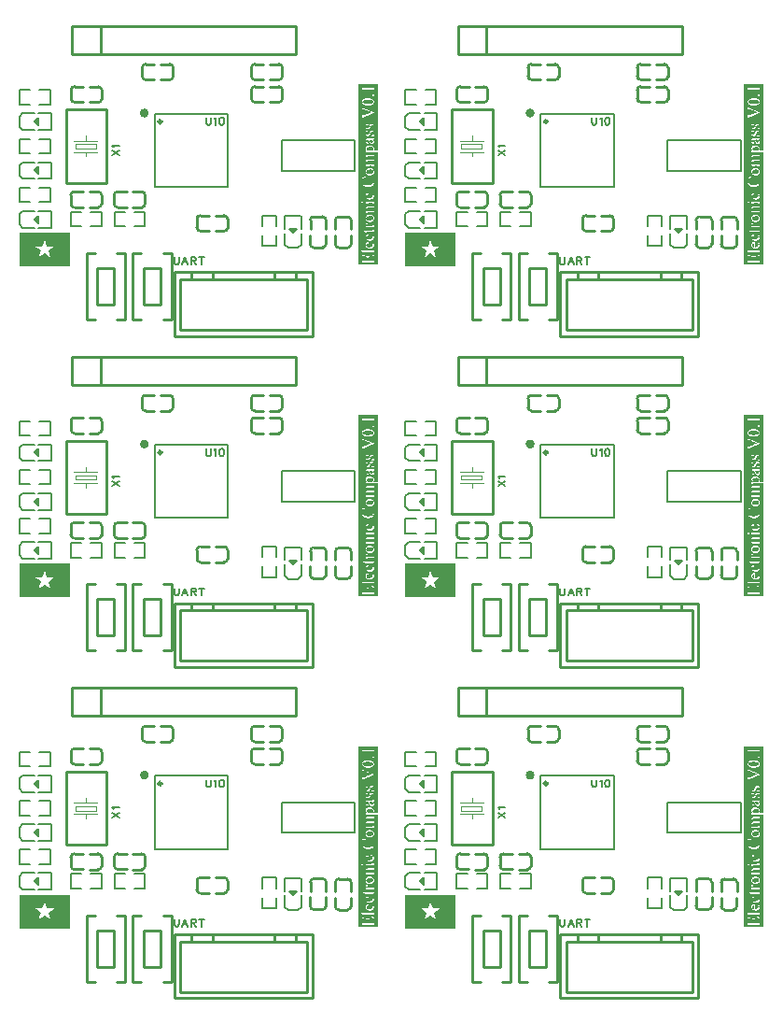
<source format=gto>
G04 Layer: TopSilkscreenLayer*
G04 EasyEDA Pro v2.1.64.d1969c9c.217bcf, 2025-01-15 01:44:41*
G04 Gerber Generator version 0.3*
G04 Scale: 100 percent, Rotated: No, Reflected: No*
G04 Dimensions in millimeters*
G04 Leading zeros omitted, absolute positions, 3 integers and 5 decimals*
G04 Panelize: V-CUT, Column: 2, Row: 3, Board Size: 35.001mm x 30mm, Panelized Board Size: 69.997mm x 89.992mm, Panelized Method: All Objects*
%FSLAX35Y35*%
%MOMM*%
%ADD10C,0.1524*%
%ADD11C,0.2*%
%ADD12C,0.4*%
%ADD13C,0.254*%
%ADD14C,0.1*%
%ADD15C,0.1508*%
%ADD16C,0.15001*%
G75*


%SRX2Y3I34.99746J29.99746*%

G04 Image Start*
G36*
G01X203200Y-2006600D02*
G01X203200Y-2130958D01*
G01X344983D01*
G01X411124Y-2130857D01*
G01X411328Y-2130298D01*
G01X421640Y-2098802D01*
G01X431800Y-2067865D01*
G01X441960Y-2098802D01*
G01X452272Y-2130298D01*
G01X452476Y-2130857D01*
G01X518617Y-2130958D01*
G01X491846Y-2150364D01*
G01X465023Y-2169820D01*
G01X465836Y-2172157D01*
G01X485496Y-2232762D01*
G01X458622Y-2213356D01*
G01X431800Y-2193900D01*
G01X404978Y-2213356D01*
G01X378155Y-2232762D01*
G01X378104D01*
G01X398526Y-2169871D01*
G01X398170Y-2169566D01*
G01X371450Y-2150110D01*
G01X344983Y-2130958D01*
G01X203200D01*
G01Y-2311400D01*
G01X660400D01*
G01Y-2006600D01*
G37*
G04 Image End*
G04 Image End*

G04 Text Start*
G54D10*
G01X1897568Y-965040D02*
G01X1897568Y-1011522D01*
G01X1900616Y-1020666D01*
G01X1906966Y-1027016D01*
G01X1916110Y-1030064D01*
G01X1922460D01*
G01X1931604Y-1027016D01*
G01X1937700Y-1020666D01*
G01X1941002Y-1011522D01*
G01Y-965040D01*
G01X1971228Y-977486D02*
G01X1977324Y-974184D01*
G01X1986468Y-965040D01*
G01Y-1030064D01*
G01X2035236Y-965040D02*
G01X2025838Y-968088D01*
G01X2019742Y-977486D01*
G01X2016694Y-992726D01*
G01Y-1002124D01*
G01X2019742Y-1017618D01*
G01X2025838Y-1027016D01*
G01X2035236Y-1030064D01*
G01X2041332D01*
G01X2050730Y-1027016D01*
G01X2056826Y-1017618D01*
G01X2059874Y-1002124D01*
G01Y-992726D01*
G01X2056826Y-977486D01*
G01X2050730Y-968088D01*
G01X2041332Y-965040D01*
G01X2035236D01*
G01X1046414Y-1305654D02*
G01X1111438Y-1262220D01*
G01X1046414Y-1262220D02*
G01X1111438Y-1305654D01*
G01X1058860Y-1231994D02*
G01X1055558Y-1225898D01*
G01X1046414Y-1216754D01*
G01X1111438D01*
G01X1607820Y-2229866D02*
G01X1607820Y-2276348D01*
G01X1610868Y-2285492D01*
G01X1617218Y-2291842D01*
G01X1626362Y-2294890D01*
G01X1632712D01*
G01X1641856Y-2291842D01*
G01X1647952Y-2285492D01*
G01X1651254Y-2276348D01*
G01Y-2229866D01*
G01X1706118Y-2229866D02*
G01X1681480Y-2294890D01*
G01X1706118Y-2229866D02*
G01X1731010Y-2294890D01*
G01X1690624Y-2273046D02*
G01X1721612Y-2273046D01*
G01X1761236Y-2229866D02*
G01X1761236Y-2294890D01*
G01X1761236Y-2229866D02*
G01X1788922Y-2229866D01*
G01X1798320Y-2232914D01*
G01X1801368Y-2235962D01*
G01X1804416Y-2242312D01*
G01Y-2248408D01*
G01X1801368Y-2254504D01*
G01X1798320Y-2257552D01*
G01X1788922Y-2260854D01*
G01X1761236D01*
G01X1782826Y-2260854D02*
G01X1804416Y-2294890D01*
G01X1856232Y-2229866D02*
G01X1856232Y-2294890D01*
G01X1834642Y-2229866D02*
G01X1877822Y-2229866D01*
G36*
G01X3276448Y-661873D02*
G01X3276448Y-696773D01*
G01X3311347D01*
G01Y-694842D01*
G01X3358642D01*
G01X3408121Y-694588D01*
G01X3411474Y-693877D01*
G01X3413455Y-692658D01*
G01X3414624Y-690931D01*
G01X3415386Y-689254D01*
G01X3415589Y-687324D01*
G01X3415843Y-683920D01*
G01X3416097Y-681736D01*
G01X3418535D01*
G01Y-701599D01*
G01X3418281Y-716534D01*
G01X3417570Y-721512D01*
G01X3416097Y-720750D01*
G01X3415589Y-718820D01*
G01X3415386Y-715416D01*
G01X3414624Y-712267D01*
G01X3413658Y-710590D01*
G01X3411982Y-709117D01*
G01X3409544Y-708406D01*
G01X3407613Y-708152D01*
G01X3371494Y-707898D01*
G01X3335376Y-708152D01*
G01X3333445Y-708406D01*
G01X3330042Y-708660D01*
G01X3326892Y-709371D01*
G01X3325165Y-710336D01*
G01X3323996Y-712013D01*
G01X3323742Y-714959D01*
G01X3324454Y-718109D01*
G01X3325419Y-720496D01*
G01X3325673Y-721970D01*
G01X3324708Y-722935D01*
G01X3323488D01*
G01X3322523Y-721258D01*
G01X3318662Y-713486D01*
G01X3316681Y-709117D01*
G01X3311855Y-699414D01*
G01X3311347Y-696773D01*
G01X3276448D01*
G01Y-762457D01*
G01X3403498D01*
G01X3403956Y-759054D01*
G01X3405175Y-756615D01*
G01X3406902Y-754939D01*
G01X3408578Y-753974D01*
G01X3411728Y-753466D01*
G01X3415132Y-753974D01*
G01X3417062Y-754939D01*
G01X3418535Y-756158D01*
G01X3419754Y-758088D01*
G01X3420262Y-759714D01*
G01X3420466Y-762203D01*
G01X3419958Y-766115D01*
G01X3418738Y-767537D01*
G01X3417570Y-768756D01*
G01X3416097Y-769976D01*
G01X3414420Y-770687D01*
G01X3412439Y-770941D01*
G01X3409798Y-770433D01*
G01X3407613Y-769468D01*
G01X3406140Y-768502D01*
G01X3404921Y-767283D01*
G01X3403956Y-765607D01*
G01X3403498Y-762457D01*
G01X3276448D01*
G01Y-822350D01*
G01X3311347D01*
G01X3311601Y-817728D01*
G01X3312109Y-815543D01*
G01X3312820Y-813359D01*
G01X3315005Y-808990D01*
G01X3316681Y-806602D01*
G01X3318154Y-804621D01*
G01X3320593Y-802234D01*
G01X3323031Y-800252D01*
G01X3324708Y-798830D01*
G01X3326892Y-797357D01*
G01X3328822Y-796138D01*
G01X3330499Y-795172D01*
G01X3334410Y-793242D01*
G01X3336595Y-792277D01*
G01X3339490Y-791312D01*
G01X3342640Y-790346D01*
G01X3345078Y-789635D01*
G01X3350412Y-788619D01*
G01X3354273Y-788162D01*
G01X3364484Y-787908D01*
G01X3374644Y-788162D01*
G01X3376320Y-788416D01*
G01X3379013Y-788619D01*
G01X3381908Y-789127D01*
G01X3386785Y-790092D01*
G01X3389681Y-790804D01*
G01X3392830Y-791769D01*
G01X3395472Y-792785D01*
G01X3399841Y-794715D01*
G01X3402279Y-795934D01*
G01X3404718Y-797357D01*
G01X3406902Y-798830D01*
G01X3409086Y-800506D01*
G01X3411017Y-801980D01*
G01X3412693Y-803656D01*
G01X3414166Y-805586D01*
G01X3415132Y-806806D01*
G01X3416097Y-808279D01*
G01X3417062Y-809955D01*
G01X3418535Y-812902D01*
G01X3419500Y-815086D01*
G01X3420212Y-817270D01*
G01X3420466Y-822604D01*
G01X3419958Y-828650D01*
G01X3418992Y-831088D01*
G01X3418027Y-833222D01*
G01X3416808Y-835406D01*
G01X3415843Y-837133D01*
G01X3414878Y-838352D01*
G01X3410052Y-843178D01*
G01X3408121Y-844652D01*
G01X3404464Y-847039D01*
G01X3401060Y-849020D01*
G01X3399638Y-849732D01*
G01X3397910Y-850443D01*
G01X3395726Y-851408D01*
G01X3393288Y-852373D01*
G01X3391103Y-853135D01*
G01X3388208Y-853846D01*
G01X3385769Y-854558D01*
G01X3380486Y-855574D01*
G01X3376117Y-856031D01*
G01X3367126Y-856285D01*
G01X3358134Y-856031D01*
G01X3356204Y-855777D01*
G01X3353816Y-855574D01*
G01X3350412Y-855066D01*
G01X3346501Y-854354D01*
G01X3344113Y-853592D01*
G01X3342183Y-853135D01*
G01X3339490Y-852373D01*
G01X3337052Y-851408D01*
G01X3334868Y-850443D01*
G01X3332480Y-849478D01*
G01X3330499Y-848512D01*
G01X3328822Y-847547D01*
G01X3326892Y-846328D01*
G01X3325165Y-845363D01*
G01X3323996Y-844398D01*
G01X3320593Y-841502D01*
G01X3318154Y-839064D01*
G01X3317189Y-837844D01*
G01X3315970Y-836168D01*
G01X3314497Y-833984D01*
G01X3313328Y-831799D01*
G01X3312363Y-829107D01*
G01X3311601Y-826922D01*
G01X3311347Y-822350D01*
G01X3276448D01*
G01Y-976528D01*
G01X3313328D01*
G01Y-955446D01*
G01X3313532Y-933602D01*
G01X3314040Y-933145D01*
G01X3315005D01*
G01X3315919Y-933552D01*
G01X3316224Y-934314D01*
G01X3316681Y-937717D01*
G01X3317189Y-939648D01*
G01X3317900Y-941629D01*
G01X3318866Y-943051D01*
G01X3320339Y-944016D01*
G01X3322269Y-944524D01*
G01X3325165Y-944270D01*
G01X3328314Y-943559D01*
G01X3331261Y-942594D01*
G01X3333648Y-941629D01*
G01X3335833Y-940664D01*
G01X3338271Y-939648D01*
G01X3347009Y-935787D01*
G01X3349447Y-934822D01*
G01X3358134Y-930961D01*
G01X3360572Y-929996D01*
G01X3369310Y-926084D01*
G01X3371748Y-925119D01*
G01X3380486Y-921258D01*
G01X3382874Y-920293D01*
G01X3391611Y-916381D01*
G01X3394050Y-915416D01*
G01X3395472Y-914197D01*
G01X3395320Y-913536D01*
G01X3394304Y-913028D01*
G01X3386988Y-910082D01*
G01X3384804Y-909117D01*
G01X3375152Y-905256D01*
G01X3372968Y-904291D01*
G01X3368091Y-902360D01*
G01X3366160Y-901598D01*
G01X3364484Y-900887D01*
G01X3362300Y-899922D01*
G01X3354984Y-897026D01*
G01X3353054Y-896264D01*
G01X3351378Y-895553D01*
G01X3349193Y-894588D01*
G01X3341929Y-891692D01*
G01X3339744Y-890676D01*
G01X3334868Y-888746D01*
G01X3332226Y-887781D01*
G01X3327146Y-886104D01*
G01X3325165Y-885850D01*
G01X3322269Y-886104D01*
G01X3320085Y-887070D01*
G01X3318866Y-888289D01*
G01X3317697Y-889965D01*
G01X3316681Y-892861D01*
G01X3315970Y-895807D01*
G01X3315513Y-896722D01*
G01X3314497Y-897026D01*
G01X3313328D01*
G01Y-880516D01*
G01X3313532Y-868172D01*
G01X3314294Y-864057D01*
G01X3315716Y-864514D01*
G01X3316478Y-865734D01*
G01X3316935Y-867664D01*
G01X3317697Y-869594D01*
G01X3318662Y-871322D01*
G01X3319831Y-872744D01*
G01X3321050Y-873963D01*
G01X3322777Y-875436D01*
G01X3324962Y-876859D01*
G01X3327146Y-878078D01*
G01X3329076Y-879043D01*
G01X3331261Y-880008D01*
G01X3338525Y-882955D01*
G01X3340710Y-883920D01*
G01X3347974Y-886816D01*
G01X3350158Y-887781D01*
G01X3354984Y-889711D01*
G01X3357169Y-890676D01*
G01X3364484Y-893623D01*
G01X3366618Y-894588D01*
G01X3371494Y-896518D01*
G01X3373425Y-897230D01*
G01X3375152Y-897992D01*
G01X3377286Y-898957D01*
G01X3379724Y-899922D01*
G01X3381654Y-900633D01*
G01X3383382Y-901344D01*
G01X3385566Y-902360D01*
G01X3387954Y-903326D01*
G01X3389935Y-904037D01*
G01X3391611Y-904748D01*
G01X3393796Y-905713D01*
G01X3401060Y-908660D01*
G01X3403244Y-909625D01*
G01X3410509Y-912520D01*
G01X3412693Y-913486D01*
G01X3417570Y-915416D01*
G01X3419754Y-916381D01*
G01X3420618Y-917194D01*
G01X3420923Y-918566D01*
G01X3420567Y-919988D01*
G01X3419500Y-920750D01*
G01X3417316Y-921715D01*
G01X3410509Y-924662D01*
G01X3406140Y-926592D01*
G01X3402787Y-928014D01*
G01X3398418Y-929996D01*
G01X3391611Y-932891D01*
G01X3387242Y-934822D01*
G01X3383839Y-936295D01*
G01X3379470Y-938225D01*
G01X3372714Y-941121D01*
G01X3368345Y-943051D01*
G01X3361538Y-945998D01*
G01X3357169Y-947928D01*
G01X3353816Y-949350D01*
G01X3349447Y-951332D01*
G01X3342640Y-954227D01*
G01X3338271Y-956158D01*
G01X3334868Y-957631D01*
G01X3330499Y-959561D01*
G01X3327146Y-960984D01*
G01X3323234Y-962965D01*
G01X3321558Y-963930D01*
G01X3319628Y-965606D01*
G01X3318154Y-967791D01*
G01X3317189Y-969721D01*
G01X3316478Y-972414D01*
G01X3315970Y-975309D01*
G01X3315513Y-976224D01*
G01X3314497Y-976528D01*
G01X3313328D01*
G01X3276448D01*
G01Y-1048512D01*
G01X3345332D01*
G01X3345536Y-1043686D01*
G01X3346044Y-1041248D01*
G01X3346755Y-1038098D01*
G01X3347466Y-1035914D01*
G01X3347974Y-1033475D01*
G01Y-1031900D01*
G01X3347466Y-1030580D01*
G01X3345485Y-1028598D01*
G01X3345332Y-1027430D01*
G01Y-1025957D01*
G01X3369056D01*
G01Y-1027176D01*
G01X3368751Y-1028192D01*
G01X3367837Y-1028903D01*
G01X3362503Y-1030834D01*
G01X3360115Y-1031799D01*
G01X3357931Y-1033018D01*
G01X3355746Y-1034440D01*
G01X3353562Y-1036422D01*
G01X3352089Y-1038555D01*
G01X3351124Y-1040282D01*
G01X3350412Y-1042213D01*
G01X3349904Y-1044143D01*
G01X3349650Y-1047039D01*
G01X3349904Y-1049985D01*
G01X3350412Y-1052170D01*
G01X3351124Y-1054354D01*
G01X3352343Y-1056284D01*
G01X3353816Y-1057961D01*
G01X3355746Y-1059180D01*
G01X3358388Y-1059891D01*
G01X3361080Y-1059688D01*
G01X3363011Y-1059180D01*
G01X3364941Y-1058469D01*
G01X3366618Y-1057250D01*
G01X3369056Y-1054811D01*
G01X3370275Y-1053135D01*
G01X3371494Y-1051204D01*
G01X3372460Y-1049477D01*
G01X3376320Y-1041756D01*
G01X3377794Y-1038352D01*
G01X3379978Y-1033983D01*
G01X3381451Y-1031545D01*
G01X3382620Y-1029868D01*
G01X3383382Y-1028649D01*
G01X3384347Y-1027430D01*
G01X3386785Y-1024992D01*
G01X3388716Y-1023569D01*
G01X3391103Y-1022096D01*
G01X3393796Y-1021131D01*
G01X3396945Y-1020420D01*
G01X3399841D01*
G01X3403244Y-1020877D01*
G01X3406140Y-1021588D01*
G01X3410509Y-1023772D01*
G01X3412236Y-1025246D01*
G01X3415132Y-1028141D01*
G01X3417570Y-1031799D01*
G01X3418281Y-1033221D01*
G01X3418992Y-1034948D01*
G01X3419754Y-1036879D01*
G01X3420212Y-1038809D01*
G01X3420466Y-1045108D01*
G01X3420212Y-1051408D01*
G01X3419754Y-1052881D01*
G01X3418738Y-1057707D01*
G01X3417773Y-1061618D01*
G01Y-1063803D01*
G01X3418738Y-1065733D01*
G01X3419297Y-1066444D01*
G01X3419500Y-1067664D01*
G01Y-1069137D01*
G01X3407359D01*
G01X3398215Y-1068934D01*
G01X3395015Y-1068375D01*
G01Y-1066952D01*
G01X3396691Y-1065733D01*
G01X3398876Y-1065022D01*
G01X3400603Y-1064514D01*
G01X3402279Y-1063803D01*
G01X3404210Y-1062838D01*
G01X3406394Y-1061618D01*
G01X3408121Y-1060399D01*
G01X3411728Y-1056742D01*
G01X3412693Y-1055573D01*
G01X3413658Y-1053846D01*
G01X3414624Y-1051916D01*
G01X3415386Y-1049985D01*
G01X3415843Y-1048055D01*
G01X3416097Y-1045870D01*
G01X3415843Y-1042213D01*
G01X3415132Y-1039317D01*
G01X3414420Y-1037590D01*
G01X3413455Y-1036168D01*
G01X3412236Y-1034948D01*
G01X3410763Y-1033729D01*
G01X3408832Y-1032764D01*
G01X3405429Y-1032256D01*
G01X3401568Y-1032764D01*
G01X3399384Y-1033729D01*
G01X3397453Y-1034948D01*
G01X3395726Y-1036422D01*
G01X3394304Y-1038352D01*
G01X3392576Y-1040740D01*
G01X3391357Y-1042721D01*
G01X3389427Y-1046074D01*
G01X3386531Y-1051916D01*
G01X3384601Y-1055319D01*
G01X3383636Y-1057250D01*
G01X3382416Y-1059180D01*
G01X3380689Y-1061618D01*
G01X3379267Y-1063549D01*
G01X3376828Y-1065987D01*
G01X3375152Y-1067206D01*
G01X3373171Y-1068172D01*
G01X3370783Y-1068883D01*
G01X3368345Y-1069391D01*
G01X3366414Y-1069594D01*
G01X3364484Y-1069391D01*
G01X3362757Y-1069137D01*
G01X3360115Y-1068629D01*
G01X3357169Y-1067664D01*
G01X3354984Y-1066444D01*
G01X3353308Y-1065479D01*
G01X3352089Y-1064514D01*
G01X3350870Y-1063295D01*
G01X3349447Y-1061618D01*
G01X3348228Y-1059891D01*
G01X3347263Y-1058215D01*
G01X3346298Y-1055573D01*
G01X3345536Y-1053389D01*
G01X3345332Y-1048512D01*
G01X3276448D01*
G01Y-1110590D01*
G01X3345332D01*
G01X3345536Y-1105713D01*
G01X3346044Y-1103325D01*
G01X3346755Y-1100176D01*
G01X3347466Y-1097991D01*
G01X3347974Y-1095807D01*
G01X3347720Y-1093114D01*
G01X3346298Y-1091438D01*
G01X3345536Y-1090676D01*
G01X3345332Y-1089508D01*
G01Y-1088034D01*
G01X3356966D01*
G01X3365754Y-1088238D01*
G01X3368802Y-1088746D01*
G01Y-1090219D01*
G01X3367126Y-1091438D01*
G01X3364941Y-1092149D01*
G01X3363265Y-1092657D01*
G01X3361538Y-1093368D01*
G01X3357677Y-1095299D01*
G01X3355746Y-1096518D01*
G01X3353562Y-1098448D01*
G01X3352089Y-1100633D01*
G01X3351124Y-1102360D01*
G01X3350412Y-1104290D01*
G01X3349904Y-1106221D01*
G01X3349650Y-1109370D01*
G01X3350158Y-1113485D01*
G01X3351124Y-1116381D01*
G01X3352089Y-1118108D01*
G01X3353054Y-1119327D01*
G01X3354273Y-1120496D01*
G01X3355746Y-1121512D01*
G01X3358896Y-1121969D01*
G01X3362757Y-1121512D01*
G01X3364941Y-1120496D01*
G01X3366618Y-1119530D01*
G01X3367837Y-1118362D01*
G01X3368802Y-1117143D01*
G01X3370021Y-1115670D01*
G01X3371240Y-1113739D01*
G01X3372460Y-1111555D01*
G01X3377286Y-1101852D01*
G01X3378302Y-1099668D01*
G01X3379470Y-1097026D01*
G01X3381908Y-1093114D01*
G01X3384347Y-1089711D01*
G01X3386277Y-1087526D01*
G01X3388208Y-1086104D01*
G01X3389935Y-1084885D01*
G01X3392322Y-1083666D01*
G01X3394507Y-1082954D01*
G01X3398876Y-1082700D01*
G01X3404210Y-1083208D01*
G01X3407105Y-1084174D01*
G01X3410509Y-1085850D01*
G01X3411728Y-1086815D01*
G01X3414624Y-1089711D01*
G01X3416097Y-1091692D01*
G01X3417062Y-1093114D01*
G01X3418535Y-1096010D01*
G01X3419500Y-1098448D01*
G01X3420212Y-1100887D01*
G01X3420466Y-1107186D01*
G01X3420212Y-1113485D01*
G01X3419754Y-1114958D01*
G01X3418738Y-1119784D01*
G01X3417773Y-1123645D01*
G01Y-1125830D01*
G01X3418738Y-1127811D01*
G01X3419297Y-1128522D01*
G01X3419500Y-1129741D01*
G01Y-1131164D01*
G01X3394761D01*
G01Y-1129995D01*
G01X3395015Y-1128928D01*
G01X3395726Y-1128268D01*
G01X3397453Y-1127557D01*
G01X3399384Y-1127049D01*
G01X3401314Y-1126338D01*
G01X3405683Y-1124153D01*
G01X3407359Y-1122934D01*
G01X3409798Y-1121004D01*
G01X3410763Y-1120038D01*
G01X3412693Y-1117600D01*
G01X3413658Y-1115924D01*
G01X3414624Y-1113993D01*
G01X3415386Y-1112012D01*
G01X3415843Y-1110082D01*
G01X3416097Y-1107897D01*
G01X3415843Y-1104290D01*
G01X3415132Y-1101344D01*
G01X3414420Y-1099668D01*
G01X3413455Y-1098194D01*
G01X3412236Y-1097026D01*
G01X3410763Y-1095807D01*
G01X3408832Y-1094842D01*
G01X3405683Y-1094334D01*
G01X3401771Y-1094842D01*
G01X3399384Y-1095807D01*
G01X3397656Y-1096772D01*
G01X3395726Y-1098448D01*
G01X3394304Y-1100379D01*
G01X3393084Y-1102106D01*
G01X3391865Y-1104036D01*
G01X3390646Y-1106221D01*
G01X3389427Y-1108151D01*
G01X3385566Y-1115924D01*
G01X3383636Y-1119327D01*
G01X3382416Y-1121258D01*
G01X3380943Y-1123442D01*
G01X3379724Y-1125118D01*
G01X3377286Y-1127557D01*
G01X3375609Y-1128979D01*
G01X3373425Y-1130198D01*
G01X3370986Y-1130960D01*
G01X3368802Y-1131418D01*
G01X3366618Y-1131672D01*
G01X3363976Y-1131418D01*
G01X3361080Y-1130960D01*
G01X3358388Y-1130198D01*
G01X3356204Y-1129233D01*
G01X3354527Y-1128268D01*
G01X3353308Y-1127557D01*
G01X3352089Y-1126592D01*
G01X3349650Y-1124153D01*
G01X3348685Y-1122934D01*
G01X3347720Y-1121258D01*
G01X3346755Y-1119327D01*
G01X3346044Y-1117346D01*
G01X3345536Y-1115416D01*
G01X3345332Y-1110590D01*
G01X3276448D01*
G01Y-1176782D01*
G01X3345332D01*
G01X3345536Y-1169721D01*
G01X3346044Y-1167282D01*
G01X3346501Y-1165149D01*
G01X3347263Y-1162710D01*
G01X3348228Y-1160526D01*
G01X3349447Y-1158342D01*
G01X3350666Y-1156614D01*
G01X3352343Y-1155192D01*
G01X3354781Y-1153719D01*
G01X3356966Y-1152754D01*
G01X3358642Y-1152296D01*
G01X3365449Y-1151788D01*
G01X3385566Y-1151534D01*
G01X3406648Y-1151331D01*
G01X3409544Y-1150315D01*
G01X3410458Y-1149553D01*
G01X3410763Y-1148639D01*
G01X3410509Y-1146962D01*
G01X3409798Y-1145235D01*
G01X3408578Y-1143813D01*
G01X3406140Y-1141374D01*
G01X3405175Y-1140155D01*
G01X3405480Y-1139596D01*
G01X3406902Y-1139444D01*
G01X3409290Y-1139901D01*
G01X3410763Y-1140866D01*
G01X3412236Y-1142086D01*
G01X3415843Y-1145743D01*
G01X3417773Y-1148131D01*
G01X3418992Y-1149858D01*
G01X3419958Y-1152042D01*
G01X3420466Y-1155649D01*
G01X3419958Y-1159561D01*
G01X3418992Y-1161237D01*
G01X3418027Y-1162456D01*
G01X3416351Y-1163676D01*
G01X3414420Y-1164387D01*
G01X3410052Y-1164895D01*
G01X3409747Y-1165352D01*
G01X3410255Y-1166317D01*
G01X3414624Y-1172159D01*
G01X3415589Y-1173378D01*
G01X3416808Y-1175055D01*
G01X3418281Y-1177493D01*
G01X3419500Y-1180135D01*
G01X3420212Y-1182319D01*
G01X3420466Y-1187450D01*
G01X3420212Y-1192276D01*
G01X3419500Y-1193952D01*
G01X3418281Y-1196391D01*
G01X3417062Y-1198118D01*
G01X3416097Y-1199286D01*
G01X3414420Y-1201014D01*
G01X3412236Y-1202436D01*
G01X3410255Y-1203452D01*
G01X3407867Y-1204163D01*
G01X3404718Y-1204620D01*
G01X3401314D01*
G01X3398418Y-1204163D01*
G01X3396437Y-1203655D01*
G01X3394507Y-1202944D01*
G01X3392322Y-1201725D01*
G01X3390646Y-1200506D01*
G01X3386988Y-1196899D01*
G01X3385566Y-1194918D01*
G01X3383128Y-1191311D01*
G01X3382162Y-1189634D01*
G01X3379267Y-1183792D01*
G01X3377794Y-1180389D01*
G01X3376828Y-1178204D01*
G01X3375863Y-1175766D01*
G01X3375152Y-1173836D01*
G01X3374390Y-1172159D01*
G01X3372968Y-1168298D01*
G01X3372206Y-1166114D01*
G01X3371698Y-1164996D01*
G01X3370529Y-1164641D01*
G01X3368345Y-1164895D01*
G01X3365449Y-1165149D01*
G01X3362046Y-1165352D01*
G01X3359607Y-1165860D01*
G01X3356966Y-1166571D01*
G01X3354984Y-1167536D01*
G01X3353816Y-1168298D01*
G01X3352343Y-1169721D01*
G01X3351124Y-1171651D01*
G01X3350412Y-1173378D01*
G01X3349904Y-1175055D01*
G01X3349650Y-1176782D01*
G01X3349904Y-1179424D01*
G01X3350666Y-1182573D01*
G01X3351632Y-1184504D01*
G01X3352597Y-1185723D01*
G01X3353816Y-1186942D01*
G01X3355238Y-1187907D01*
G01X3357423Y-1188618D01*
G01X3359607D01*
G01X3361538Y-1188415D01*
G01X3363976Y-1188618D01*
G01X3365906Y-1189126D01*
G01X3367634Y-1189634D01*
G01X3369056Y-1190600D01*
G01X3370021Y-1192022D01*
G01X3370529Y-1195172D01*
G01X3369818Y-1198829D01*
G01X3368345Y-1200506D01*
G01X3366618Y-1201471D01*
G01X3363722Y-1201979D01*
G01X3360115Y-1201471D01*
G01X3357677Y-1200506D01*
G01X3356000Y-1199794D01*
G01X3354527Y-1198829D01*
G01X3350870Y-1195172D01*
G01X3349650Y-1193749D01*
G01X3348685Y-1192276D01*
G01X3347720Y-1190346D01*
G01X3346755Y-1187907D01*
G01X3346044Y-1185266D01*
G01X3345536Y-1182827D01*
G01X3345332Y-1176782D01*
G01X3276448D01*
G01Y-1267663D01*
G01X3345332D01*
G01Y-1265479D01*
G01X3352089D01*
G01X3359607Y-1265225D01*
G01X3360014Y-1264920D01*
G01X3359861Y-1264514D01*
G01X3358388Y-1263294D01*
G01X3356712Y-1262329D01*
G01X3353054Y-1259434D01*
G01X3350158Y-1256538D01*
G01X3348482Y-1254100D01*
G01X3347263Y-1252169D01*
G01X3346501Y-1250239D01*
G01X3345790Y-1248054D01*
G01X3345332Y-1243686D01*
G01X3345536Y-1238555D01*
G01X3346298Y-1235405D01*
G01X3347263Y-1232764D01*
G01X3348482Y-1230325D01*
G01X3349650Y-1228649D01*
G01X3350666Y-1227430D01*
G01X3354273Y-1223772D01*
G01X3355492Y-1222807D01*
G01X3358388Y-1220876D01*
G01X3360115Y-1219911D01*
G01X3362300Y-1218946D01*
G01X3364687Y-1217981D01*
G01X3366872Y-1217270D01*
G01X3371240Y-1216254D01*
G01X3375609Y-1215796D01*
G01X3379724Y-1215542D01*
G01X3383839Y-1215796D01*
G01X3385566Y-1216050D01*
G01X3388208Y-1216254D01*
G01X3393084Y-1217270D01*
G01X3395726Y-1217981D01*
G01X3397910Y-1218692D01*
G01X3399841Y-1219403D01*
G01X3404210Y-1221588D01*
G01X3406394Y-1223061D01*
G01X3408324Y-1224280D01*
G01X3412693Y-1227938D01*
G01X3413658Y-1229106D01*
G01X3415132Y-1230833D01*
G01X3416605Y-1233018D01*
G01X3417570Y-1234694D01*
G01X3418535Y-1236624D01*
G01X3419500Y-1239571D01*
G01X3420212Y-1241958D01*
G01X3420466Y-1247292D01*
G01X3420212Y-1253134D01*
G01X3419754Y-1255573D01*
G01X3418992Y-1258214D01*
G01X3418027Y-1260399D01*
G01X3417316Y-1261872D01*
G01X3416351Y-1263040D01*
G01X3415386Y-1264514D01*
G01X3415132Y-1265479D01*
G01X3427273D01*
G01X3440074Y-1265225D01*
G01X3441802Y-1265022D01*
G01X3443986Y-1264768D01*
G01X3446424Y-1264056D01*
G01X3448101Y-1262837D01*
G01X3449320Y-1260907D01*
G01X3450031Y-1258214D01*
G01X3450285Y-1256030D01*
G01X3450539Y-1254354D01*
G01X3450844Y-1253592D01*
G01X3451758Y-1253388D01*
G01X3452927D01*
G01Y-1272286D01*
G01X3452724Y-1286459D01*
G01X3451962Y-1291184D01*
G01X3451200Y-1290980D01*
G01X3450742Y-1290472D01*
G01X3450285Y-1288034D01*
G01X3449777Y-1285138D01*
G01X3449066Y-1282700D01*
G01X3447593Y-1280516D01*
G01X3445662Y-1279296D01*
G01X3443986Y-1278839D01*
G01X3403244Y-1278585D01*
G01X3361538Y-1278839D01*
G01X3358642Y-1279550D01*
G01X3356966Y-1280516D01*
G01X3356000Y-1281735D01*
G01X3355492Y-1284173D01*
G01X3355746Y-1286561D01*
G01X3356204Y-1288542D01*
G01X3356102Y-1289558D01*
G01X3355238Y-1290218D01*
G01X3354222Y-1290269D01*
G01X3353562Y-1289507D01*
G01X3352597Y-1287069D01*
G01X3351632Y-1284884D01*
G01X3346755Y-1272743D01*
G01X3345790Y-1270559D01*
G01X3345332Y-1267663D01*
G01X3276448D01*
G01Y-1390802D01*
G01X3345332D01*
G01Y-1388618D01*
G01X3358896D01*
G01X3358388Y-1387653D01*
G01X3357423Y-1385976D01*
G01X3356204Y-1384757D01*
G01X3353816Y-1381862D01*
G01X3351378Y-1379423D01*
G01X3349904Y-1377747D01*
G01X3348482Y-1375562D01*
G01X3347263Y-1373378D01*
G01X3346298Y-1370686D01*
G01X3345536Y-1368501D01*
G01X3345332Y-1364894D01*
G01X3345536Y-1360272D01*
G01X3346298Y-1357122D01*
G01X3347466Y-1354480D01*
G01X3348685Y-1352753D01*
G01X3349447Y-1351534D01*
G01X3350666Y-1350315D01*
G01X3352089Y-1349146D01*
G01X3353816Y-1347927D01*
G01X3355746Y-1346962D01*
G01X3357677Y-1346200D01*
G01X3359150Y-1345489D01*
G01X3358388Y-1344270D01*
G01X3352089Y-1337970D01*
G01X3349193Y-1334313D01*
G01X3348228Y-1332636D01*
G01X3347263Y-1330706D01*
G01X3346298Y-1328268D01*
G01X3345536Y-1325829D01*
G01X3345332Y-1321714D01*
G01X3345536Y-1317142D01*
G01X3346044Y-1315161D01*
G01X3346501Y-1313485D01*
G01X3347974Y-1310589D01*
G01X3348939Y-1309116D01*
G01X3350158Y-1307897D01*
G01X3351835Y-1306474D01*
G01X3353562Y-1305255D01*
G01X3355238Y-1304290D01*
G01X3357931Y-1303325D01*
G01X3360115Y-1302563D01*
G01X3363468Y-1302106D01*
G01X3406140Y-1301598D01*
G01X3408121Y-1301344D01*
G01X3410763Y-1300886D01*
G01X3412693Y-1299921D01*
G01X3413912Y-1298956D01*
G01X3415132Y-1297026D01*
G01X3415843Y-1293368D01*
G01X3416097Y-1291184D01*
G01X3418535D01*
G01Y-1308862D01*
G01X3418281Y-1322172D01*
G01X3417570Y-1326591D01*
G01X3416757Y-1326388D01*
G01X3416351Y-1325829D01*
G01X3415843Y-1324407D01*
G01X3415589Y-1322476D01*
G01X3415132Y-1320292D01*
G01X3414166Y-1318108D01*
G01X3412693Y-1316380D01*
G01X3410763Y-1315415D01*
G01X3388970Y-1314958D01*
G01X3367380Y-1315161D01*
G01X3363976Y-1315669D01*
G01X3362046Y-1316177D01*
G01X3360115Y-1316888D01*
G01X3358642Y-1317600D01*
G01X3357423Y-1318565D01*
G01X3356458Y-1319784D01*
G01X3355492Y-1321511D01*
G01X3354781Y-1323442D01*
G01X3354527Y-1325829D01*
G01X3354781Y-1328268D01*
G01X3355238Y-1330706D01*
G01X3356000Y-1333144D01*
G01X3357931Y-1337005D01*
G01X3358896Y-1338478D01*
G01X3359861Y-1339647D01*
G01X3361080Y-1341374D01*
G01X3362503Y-1343050D01*
G01X3363722Y-1344270D01*
G01X3369310Y-1344828D01*
G01X3385058Y-1344981D01*
G01X3408121Y-1344778D01*
G01X3411017Y-1344270D01*
G01X3412693Y-1343558D01*
G01X3414166Y-1342085D01*
G01X3415132Y-1340155D01*
G01X3415589Y-1337970D01*
G01X3415843Y-1336040D01*
G01X3416097Y-1334313D01*
G01X3416402Y-1333602D01*
G01X3417316Y-1333348D01*
G01X3418535D01*
G01Y-1351331D01*
G01X3418027Y-1369466D01*
G01X3416808D01*
G01X3415843Y-1368501D01*
G01X3415386Y-1364640D01*
G01X3414878Y-1362710D01*
G01X3413912Y-1360983D01*
G01X3412693Y-1359814D01*
G01X3411271Y-1358798D01*
G01X3409544Y-1358341D01*
G01X3389427Y-1358087D01*
G01X3368345Y-1358341D01*
G01X3364941Y-1358798D01*
G01X3361792Y-1359560D01*
G01X3359353Y-1360780D01*
G01X3357677Y-1361948D01*
G01X3356204Y-1363675D01*
G01X3354984Y-1365860D01*
G01X3354527Y-1369720D01*
G01X3354984Y-1374343D01*
G01X3356000Y-1376985D01*
G01X3356966Y-1378966D01*
G01X3358134Y-1381100D01*
G01X3359861Y-1383538D01*
G01X3361334Y-1385468D01*
G01X3363722Y-1387907D01*
G01X3369056Y-1388466D01*
G01X3384093Y-1388618D01*
G01X3404718Y-1388415D01*
G01X3406648Y-1388161D01*
G01X3409544Y-1387907D01*
G01X3411982Y-1387196D01*
G01X3413455Y-1386230D01*
G01X3414878Y-1384503D01*
G01X3415589Y-1381862D01*
G01X3415843Y-1379677D01*
G01X3416097Y-1377950D01*
G01X3416402Y-1377239D01*
G01X3417316Y-1376985D01*
G01X3418535D01*
G01Y-1412392D01*
G01X3417316D01*
G01X3416351Y-1412037D01*
G01X3415843Y-1410919D01*
G01X3415386Y-1407770D01*
G01X3414624Y-1405382D01*
G01X3413658Y-1403909D01*
G01X3411982Y-1402690D01*
G01X3410052Y-1401978D01*
G01X3386531Y-1401724D01*
G01X3363011Y-1401978D01*
G01X3361334Y-1402232D01*
G01X3358896Y-1402690D01*
G01X3356458Y-1404163D01*
G01X3355746Y-1405331D01*
G01X3355492Y-1406804D01*
G01X3356000Y-1410208D01*
G01X3356153Y-1411681D01*
G01X3355746Y-1412646D01*
G01X3354273Y-1413104D01*
G01X3353054Y-1411935D01*
G01X3351124Y-1407058D01*
G01X3350412Y-1405128D01*
G01X3349650Y-1403452D01*
G01X3348685Y-1401267D01*
G01X3345790Y-1393952D01*
G01X3345332Y-1390802D01*
G01X3276448D01*
G01Y-1455776D01*
G01X3345332D01*
G01X3345536Y-1449476D01*
G01X3346044Y-1447089D01*
G01X3346501Y-1444904D01*
G01X3347263Y-1442466D01*
G01X3348228Y-1440282D01*
G01X3349193Y-1438351D01*
G01X3350412Y-1436421D01*
G01X3352089Y-1433982D01*
G01X3353562Y-1432052D01*
G01X3355238Y-1430325D01*
G01X3357677Y-1428394D01*
G01X3359607Y-1426921D01*
G01X3360826Y-1425956D01*
G01X3362503Y-1424991D01*
G01X3364484Y-1424026D01*
G01X3366618Y-1423060D01*
G01X3369056Y-1422095D01*
G01X3371494Y-1421384D01*
G01X3373679Y-1420876D01*
G01X3377082Y-1420419D01*
G01X3380486Y-1420165D01*
G01X3384347Y-1420419D01*
G01X3387750Y-1420876D01*
G01X3391611Y-1421587D01*
G01X3394761Y-1422603D01*
G01X3397656Y-1423568D01*
G01X3399841Y-1424534D01*
G01X3403752Y-1426464D01*
G01X3405429Y-1427429D01*
G01X3406902Y-1428394D01*
G01X3408578Y-1429614D01*
G01X3410255Y-1431087D01*
G01X3413201Y-1433982D01*
G01X3414624Y-1435913D01*
G01X3417062Y-1439774D01*
G01X3418027Y-1441958D01*
G01X3418992Y-1444396D01*
G01X3419754Y-1446835D01*
G01X3420212Y-1449019D01*
G01X3420466Y-1455572D01*
G01X3420212Y-1461872D01*
G01X3419754Y-1463040D01*
G01X3419246Y-1465224D01*
G01X3418535Y-1467663D01*
G01X3417570Y-1469847D01*
G01X3416351Y-1472286D01*
G01X3414624Y-1474724D01*
G01X3413201Y-1476654D01*
G01X3409544Y-1480261D01*
G01X3408324Y-1481226D01*
G01X3406648Y-1482446D01*
G01X3404210Y-1483919D01*
G01X3402279Y-1485138D01*
G01X3400349Y-1486103D01*
G01X3397910Y-1487068D01*
G01X3395015Y-1488034D01*
G01X3392576Y-1488745D01*
G01X3389173Y-1489253D01*
G01X3384347Y-1489507D01*
G01X3379470Y-1489253D01*
G01X3376574Y-1488745D01*
G01X3372968Y-1488034D01*
G01X3370021Y-1487068D01*
G01X3367380Y-1486103D01*
G01X3361538Y-1483208D01*
G01X3359607Y-1481988D01*
G01X3357931Y-1480769D01*
G01X3354273Y-1477874D01*
G01X3352343Y-1475435D01*
G01X3350870Y-1473708D01*
G01X3349447Y-1471320D01*
G01X3348228Y-1469136D01*
G01X3346755Y-1465224D01*
G01X3346044Y-1463040D01*
G01X3345536Y-1461110D01*
G01X3345332Y-1455776D01*
G01X3276448D01*
G01Y-1543050D01*
G01X3310890D01*
G01X3311144Y-1535786D01*
G01X3311601Y-1532890D01*
G01X3312363Y-1529486D01*
G01X3313328Y-1526337D01*
G01X3314294Y-1523695D01*
G01X3315259Y-1521257D01*
G01X3317189Y-1517345D01*
G01X3317900Y-1515415D01*
G01Y-1513992D01*
G01X3317189Y-1512011D01*
G01X3315970Y-1510335D01*
G01X3314497Y-1509370D01*
G01X3312363Y-1508404D01*
G01X3311246Y-1507693D01*
G01X3310890Y-1506474D01*
G01X3311195Y-1505356D01*
G01X3312109Y-1505001D01*
G01X3314040Y-1504747D01*
G01X3335833Y-1503324D01*
G01X3342640Y-1502816D01*
G01X3344824Y-1502562D01*
G01X3345891Y-1502867D01*
G01X3346298Y-1503782D01*
G01X3345790Y-1505255D01*
G01X3344316Y-1505966D01*
G01X3340456Y-1507439D01*
G01X3338271Y-1508404D01*
G01X3331972Y-1511554D01*
G01X3329788Y-1513027D01*
G01X3327603Y-1514704D01*
G01X3325673Y-1516177D01*
G01X3324454Y-1517345D01*
G01X3321558Y-1521003D01*
G01X3320593Y-1522679D01*
G01X3319374Y-1525118D01*
G01X3318408Y-1527302D01*
G01X3317697Y-1529232D01*
G01X3316935Y-1531671D01*
G01X3316478Y-1533855D01*
G01X3316224Y-1539443D01*
G01X3316478Y-1545488D01*
G01X3316935Y-1547927D01*
G01X3317900Y-1551788D01*
G01X3318662Y-1553972D01*
G01X3319628Y-1556156D01*
G01X3320593Y-1558087D01*
G01X3321812Y-1560017D01*
G01X3323031Y-1561744D01*
G01X3323996Y-1562964D01*
G01X3328111Y-1567078D01*
G01X3330499Y-1568755D01*
G01X3332937Y-1570228D01*
G01X3334868Y-1571447D01*
G01X3337052Y-1572412D01*
G01X3339490Y-1573378D01*
G01X3342183Y-1574343D01*
G01X3345536Y-1575308D01*
G01X3347974Y-1576019D01*
G01X3353816Y-1576984D01*
G01X3358642Y-1577492D01*
G01X3365906Y-1577746D01*
G01X3374136Y-1577492D01*
G01X3378048Y-1576984D01*
G01X3380943Y-1576527D01*
G01X3383382Y-1576019D01*
G01X3386531Y-1575308D01*
G01X3389427Y-1574343D01*
G01X3391865Y-1573378D01*
G01X3394050Y-1572412D01*
G01X3395980Y-1571447D01*
G01X3397656Y-1570482D01*
G01X3399130Y-1569466D01*
G01X3400349Y-1568755D01*
G01X3401568Y-1567790D01*
G01X3406394Y-1562964D01*
G01X3407613Y-1561236D01*
G01X3408832Y-1559306D01*
G01X3409798Y-1557833D01*
G01X3410509Y-1556410D01*
G01X3411271Y-1554683D01*
G01X3412236Y-1552499D01*
G01X3412947Y-1550314D01*
G01X3413912Y-1545996D01*
G01X3414166Y-1544269D01*
G01X3414420Y-1541120D01*
G01Y-1536751D01*
G01X3413912Y-1532382D01*
G01X3413201Y-1528521D01*
G01X3412236Y-1525372D01*
G01X3411271Y-1522679D01*
G01X3410255Y-1520749D01*
G01X3409290Y-1519072D01*
G01X3408324Y-1517599D01*
G01X3407613Y-1516380D01*
G01X3406648Y-1515161D01*
G01X3400603Y-1509116D01*
G01X3395726Y-1505255D01*
G01X3394050Y-1503782D01*
G01X3393237Y-1502918D01*
G01X3393288Y-1501851D01*
G01X3394304Y-1500632D01*
G01X3395472Y-1501140D01*
G01X3397199Y-1502105D01*
G01X3398622Y-1503070D01*
G01X3400349Y-1504290D01*
G01X3402787Y-1505966D01*
G01X3404718Y-1507439D01*
G01X3411271Y-1513992D01*
G01X3412693Y-1515923D01*
G01X3413912Y-1517599D01*
G01X3415132Y-1519530D01*
G01X3416097Y-1521257D01*
G01X3417062Y-1523187D01*
G01X3418027Y-1525626D01*
G01X3418992Y-1528267D01*
G01X3419754Y-1530452D01*
G01X3420720Y-1535786D01*
G01X3420923Y-1544269D01*
G01X3420720Y-1552753D01*
G01X3420212Y-1554226D01*
G01X3419754Y-1556664D01*
G01X3418992Y-1560017D01*
G01X3418027Y-1563167D01*
G01X3417062Y-1565605D01*
G01X3416097Y-1567790D01*
G01X3414878Y-1570228D01*
G01X3413455Y-1572616D01*
G01X3411728Y-1575054D01*
G01X3410255Y-1576984D01*
G01X3403752Y-1583538D01*
G01X3401771Y-1585011D01*
G01X3400095Y-1586230D01*
G01X3397910Y-1587652D01*
G01X3395980Y-1588872D01*
G01X3392119Y-1590802D01*
G01X3390392Y-1591564D01*
G01X3388462Y-1592275D01*
G01X3384093Y-1593748D01*
G01X3381451Y-1594460D01*
G01X3379013Y-1594968D01*
G01X3375609Y-1595425D01*
G01X3368599Y-1595679D01*
G01X3361080Y-1595425D01*
G01X3357677Y-1594968D01*
G01X3354781Y-1594460D01*
G01X3352597Y-1593952D01*
G01X3349650Y-1593240D01*
G01X3346755Y-1592275D01*
G01X3344316Y-1591310D01*
G01X3342183Y-1590345D01*
G01X3335833Y-1587195D01*
G01X3333648Y-1585722D01*
G01X3331972Y-1584503D01*
G01X3330753Y-1583538D01*
G01X3329330Y-1582572D01*
G01X3327857Y-1581353D01*
G01X3324200Y-1577746D01*
G01X3322269Y-1575308D01*
G01X3320847Y-1573632D01*
G01X3319374Y-1571447D01*
G01X3318154Y-1569466D01*
G01X3315716Y-1565148D01*
G01X3314751Y-1562964D01*
G01X3313786Y-1560271D01*
G01X3312109Y-1555191D01*
G01X3311144Y-1549857D01*
G01X3310890Y-1543050D01*
G01X3276448D01*
G01Y-1673504D01*
G01X3345332D01*
G01X3345536Y-1667662D01*
G01X3346044Y-1665224D01*
G01X3346755Y-1662582D01*
G01X3347720Y-1660398D01*
G01X3349447Y-1656994D01*
G01X3350412Y-1655775D01*
G01X3352800Y-1652880D01*
G01X3354019Y-1651914D01*
G01X3355746Y-1650695D01*
G01X3357931Y-1649476D01*
G01X3360318Y-1648765D01*
G01X3363011D01*
G01X3365449Y-1649476D01*
G01X3367126Y-1650695D01*
G01X3368091Y-1652168D01*
G01X3368599Y-1655064D01*
G01X3368345Y-1658468D01*
G01X3367634Y-1660906D01*
G01X3365906Y-1663040D01*
G01X3363265Y-1664259D01*
G01X3361080Y-1664767D01*
G01X3359150Y-1665021D01*
G01X3356966Y-1665478D01*
G01X3354984Y-1666240D01*
G01X3353562Y-1667205D01*
G01X3352343Y-1668374D01*
G01X3351124Y-1670101D01*
G01X3350412Y-1672031D01*
G01X3350158Y-1674470D01*
G01X3350412Y-1677873D01*
G01X3351124Y-1681023D01*
G01X3352089Y-1683207D01*
G01X3353054Y-1684884D01*
G01X3354273Y-1686357D01*
G01X3355492Y-1687525D01*
G01X3357169Y-1688998D01*
G01X3359353Y-1690472D01*
G01X3361792Y-1691691D01*
G01X3364230Y-1692656D01*
G01X3366872Y-1693367D01*
G01X3369310Y-1693875D01*
G01X3374898Y-1694078D01*
G01X3381908Y-1693875D01*
G01X3384804Y-1693367D01*
G01X3386988Y-1692859D01*
G01X3389935Y-1692148D01*
G01X3392322Y-1691183D01*
G01X3394507Y-1690218D01*
G01X3396437Y-1689252D01*
G01X3398164Y-1688287D01*
G01X3400349Y-1686814D01*
G01X3402279Y-1685392D01*
G01X3403956Y-1683664D01*
G01X3405429Y-1681734D01*
G01X3406394Y-1680261D01*
G01X3407359Y-1678076D01*
G01X3408121Y-1675892D01*
G01X3408324Y-1671574D01*
G01X3407867Y-1666240D01*
G01X3406902Y-1663294D01*
G01X3405683Y-1660906D01*
G01X3403244Y-1657502D01*
G01X3401771Y-1655775D01*
G01X3400603Y-1654810D01*
G01X3398876Y-1653591D01*
G01X3396437Y-1652168D01*
G01X3394507Y-1650949D01*
G01X3391103Y-1649476D01*
G01X3390697Y-1648816D01*
G01X3390900Y-1647800D01*
G01X3391560Y-1646936D01*
G01X3392576Y-1646834D01*
G01X3394761Y-1647546D01*
G01X3397199Y-1648257D01*
G01X3399384Y-1649019D01*
G01X3401568Y-1649984D01*
G01X3404210Y-1651203D01*
G01X3406140Y-1652422D01*
G01X3407613Y-1653134D01*
G01X3411271Y-1656029D01*
G01X3412439Y-1657248D01*
G01X3414420Y-1659687D01*
G01X3415843Y-1661363D01*
G01X3417316Y-1663802D01*
G01X3418535Y-1666240D01*
G01X3419500Y-1668882D01*
G01X3420212Y-1671066D01*
G01X3420466Y-1676857D01*
G01X3419958Y-1683410D01*
G01X3418992Y-1685849D01*
G01X3418027Y-1688033D01*
G01X3417062Y-1689964D01*
G01X3415843Y-1691894D01*
G01X3414624Y-1693621D01*
G01X3413658Y-1694840D01*
G01X3409544Y-1698955D01*
G01X3407613Y-1700378D01*
G01X3405937Y-1701597D01*
G01X3403752Y-1702816D01*
G01X3401771Y-1703781D01*
G01X3399841Y-1704543D01*
G01X3397656Y-1705254D01*
G01X3395015Y-1705966D01*
G01X3392576Y-1706474D01*
G01X3388716Y-1706931D01*
G01X3383839Y-1707185D01*
G01X3379013Y-1706931D01*
G01X3375152Y-1706474D01*
G01X3372714Y-1705966D01*
G01X3369564Y-1705254D01*
G01X3366872Y-1704289D01*
G01X3363011Y-1702359D01*
G01X3360826Y-1701140D01*
G01X3358642Y-1699666D01*
G01X3356966Y-1698193D01*
G01X3355746Y-1697228D01*
G01X3354527Y-1696009D01*
G01X3353308Y-1694586D01*
G01X3352089Y-1693367D01*
G01X3351124Y-1692148D01*
G01X3350158Y-1690675D01*
G01X3348939Y-1688744D01*
G01X3347720Y-1686357D01*
G01X3346755Y-1683918D01*
G01X3346044Y-1681480D01*
G01X3345536Y-1679296D01*
G01X3345332Y-1673504D01*
G01X3276448D01*
G01Y-1734820D01*
G01X3307994D01*
G01X3308198Y-1731670D01*
G01X3308960Y-1729740D01*
G01X3309925Y-1728267D01*
G01X3311347Y-1727048D01*
G01X3313328Y-1726082D01*
G01X3315259Y-1725625D01*
G01X3317697Y-1726082D01*
G01X3320339Y-1727302D01*
G01X3322015Y-1728775D01*
G01X3322523Y-1729486D01*
G01X3345332D01*
G01Y-1727048D01*
G01X3376320D01*
G01X3408121Y-1726844D01*
G01X3409798Y-1726590D01*
G01X3411474Y-1726082D01*
G01X3412947Y-1725371D01*
G01X3414166Y-1724406D01*
G01X3415132Y-1722679D01*
G01X3415589Y-1720748D01*
G01X3416097Y-1717345D01*
G01X3416402Y-1716634D01*
G01X3417316Y-1716380D01*
G01X3418535D01*
G01Y-1733855D01*
G01X3418027Y-1751330D01*
G01X3416808Y-1751076D01*
G01X3415843Y-1750111D01*
G01X3415589Y-1747672D01*
G01X3415132Y-1744980D01*
G01X3414166Y-1743304D01*
G01X3412693Y-1742084D01*
G01X3410763Y-1741119D01*
G01X3408121Y-1740662D01*
G01X3405683Y-1740408D01*
G01X3388462Y-1740154D01*
G01X3371240Y-1740408D01*
G01X3361538Y-1740865D01*
G01X3359150Y-1741373D01*
G01X3357626Y-1741830D01*
G01X3356458Y-1742846D01*
G01X3355746Y-1744116D01*
G01X3355492Y-1745488D01*
G01X3355746Y-1747672D01*
G01X3356204Y-1749857D01*
G01X3356102Y-1751076D01*
G01X3355238Y-1751787D01*
G01X3353816D01*
G01X3353054Y-1750568D01*
G01X3352089Y-1748384D01*
G01X3347263Y-1736293D01*
G01X3346501Y-1734312D01*
G01X3345790Y-1732636D01*
G01X3345332Y-1729486D01*
G01X3322523D01*
G01X3323031Y-1730197D01*
G01X3323488Y-1733855D01*
G01X3323031Y-1737258D01*
G01X3322269Y-1738478D01*
G01X3321304Y-1739646D01*
G01X3319628Y-1740865D01*
G01X3316681Y-1741627D01*
G01X3313532Y-1741373D01*
G01X3311144Y-1740408D01*
G01X3309417Y-1738935D01*
G01X3308452Y-1737512D01*
G01X3307994Y-1734820D01*
G01X3276448D01*
G01Y-1813357D01*
G01X3345332D01*
G01Y-1810918D01*
G01X3351378D01*
G01X3358134Y-1810715D01*
G01X3358591Y-1810410D01*
G01X3358388Y-1809953D01*
G01X3357423Y-1808785D01*
G01X3352089Y-1803451D01*
G01X3350666Y-1801470D01*
G01X3349447Y-1799793D01*
G01X3348228Y-1797863D01*
G01X3347263Y-1796136D01*
G01X3346298Y-1793951D01*
G01X3345536Y-1791767D01*
G01X3345332Y-1788160D01*
G01X3345536Y-1783537D01*
G01X3346298Y-1780388D01*
G01X3347466Y-1777949D01*
G01X3348482Y-1776273D01*
G01X3349904Y-1774596D01*
G01X3351835Y-1773123D01*
G01X3353308Y-1772158D01*
G01X3355238Y-1771193D01*
G01X3357423Y-1770228D01*
G01X3359861Y-1769466D01*
G01X3362046Y-1769008D01*
G01X3368802Y-1768500D01*
G01X3388462Y-1768297D01*
G01X3408578Y-1768043D01*
G01X3410509Y-1767535D01*
G01X3412439Y-1766824D01*
G01X3414166Y-1765605D01*
G01X3415132Y-1763928D01*
G01X3415589Y-1761998D01*
G01X3416097Y-1758594D01*
G01X3416402Y-1757832D01*
G01X3417316Y-1757629D01*
G01X3418535D01*
G01Y-1792986D01*
G01X3416097D01*
G01X3415843Y-1790802D01*
G01X3415386Y-1787449D01*
G01X3414420Y-1785010D01*
G01X3412947Y-1783283D01*
G01X3411271Y-1782318D01*
G01X3388970Y-1781861D01*
G01X3366414Y-1782115D01*
G01X3363976Y-1782572D01*
G01X3361334Y-1783283D01*
G01X3359150Y-1784299D01*
G01X3357677Y-1785264D01*
G01X3356458Y-1786687D01*
G01X3355492Y-1788414D01*
G01X3354984Y-1792021D01*
G01X3355238Y-1795678D01*
G01X3355746Y-1797609D01*
G01X3356458Y-1799539D01*
G01X3357423Y-1801470D01*
G01X3358642Y-1803654D01*
G01X3359607Y-1805381D01*
G01X3360572Y-1806600D01*
G01X3364230Y-1810207D01*
G01X3369920Y-1810766D01*
G01X3386023Y-1810918D01*
G01X3408578Y-1810715D01*
G01X3410509Y-1810207D01*
G01X3412439Y-1809496D01*
G01X3414166Y-1808277D01*
G01X3415132Y-1806600D01*
G01X3415589Y-1804416D01*
G01X3416097Y-1800504D01*
G01X3416402Y-1799590D01*
G01X3417316Y-1799285D01*
G01X3418535D01*
G01Y-1835201D01*
G01X3417316D01*
G01X3416402Y-1834947D01*
G01X3416097Y-1834236D01*
G01X3415843Y-1832508D01*
G01X3415386Y-1830070D01*
G01X3414420Y-1827428D01*
G01X3412693Y-1825752D01*
G01X3410052Y-1824736D01*
G01X3407613Y-1824279D01*
G01X3386785Y-1824025D01*
G01X3365906Y-1824279D01*
G01X3363011Y-1824533D01*
G01X3359353Y-1824990D01*
G01X3357169Y-1825955D01*
G01X3356000Y-1826920D01*
G01X3355492Y-1829105D01*
G01X3355746Y-1831543D01*
G01X3356204Y-1833728D01*
G01X3356102Y-1834947D01*
G01X3355238Y-1835658D01*
G01X3354222Y-1835810D01*
G01X3353562Y-1835201D01*
G01X3352597Y-1833270D01*
G01X3350666Y-1828394D01*
G01X3349904Y-1826463D01*
G01X3349193Y-1824736D01*
G01X3348228Y-1822602D01*
G01X3347263Y-1820164D01*
G01X3346501Y-1818234D01*
G01X3345790Y-1816506D01*
G01X3345332Y-1813357D01*
G01X3276448D01*
G01Y-1877619D01*
G01X3345332D01*
G01X3345536Y-1871777D01*
G01X3346044Y-1869389D01*
G01X3347009Y-1865478D01*
G01X3347720Y-1863547D01*
G01X3349904Y-1859178D01*
G01X3351124Y-1857502D01*
G01X3352089Y-1856029D01*
G01X3353308Y-1854556D01*
G01X3356204Y-1851660D01*
G01X3358642Y-1849730D01*
G01X3362300Y-1847291D01*
G01X3363976Y-1846326D01*
G01X3366160Y-1845361D01*
G01X3368599Y-1844396D01*
G01X3370783Y-1843684D01*
G01X3375609Y-1842719D01*
G01X3380232Y-1842465D01*
G01X3385769Y-1842719D01*
G01X3388716Y-1843176D01*
G01X3391103Y-1843684D01*
G01X3393796Y-1844396D01*
G01X3396691Y-1845361D01*
G01X3399130Y-1846326D01*
G01X3401314Y-1847291D01*
G01X3403244Y-1848256D01*
G01X3404921Y-1849222D01*
G01X3407867Y-1851203D01*
G01X3409290Y-1852422D01*
G01X3412947Y-1856029D01*
G01X3414420Y-1857705D01*
G01X3415589Y-1859432D01*
G01X3416605Y-1861109D01*
G01X3417570Y-1863039D01*
G01X3418281Y-1864766D01*
G01X3418992Y-1866697D01*
G01X3419754Y-1869135D01*
G01X3420212Y-1871320D01*
G01X3420466Y-1877873D01*
G01X3420212Y-1883918D01*
G01X3419754Y-1885848D01*
G01X3418992Y-1888541D01*
G01X3418027Y-1890928D01*
G01X3417062Y-1893113D01*
G01X3415843Y-1895043D01*
G01X3414624Y-1896770D01*
G01X3413912Y-1897990D01*
G01X3412947Y-1899209D01*
G01X3410509Y-1901596D01*
G01X3406648Y-1904543D01*
G01X3405429Y-1905508D01*
G01X3403752Y-1906473D01*
G01X3399841Y-1908404D01*
G01X3397453Y-1909369D01*
G01X3395472Y-1910080D01*
G01X3391611Y-1911045D01*
G01X3387750Y-1911553D01*
G01X3385058Y-1911807D01*
G01X3380943Y-1911553D01*
G01X3377082Y-1911045D01*
G01X3373679Y-1910334D01*
G01X3370529Y-1909369D01*
G01X3367837Y-1908404D01*
G01X3365449Y-1907438D01*
G01X3363468Y-1906473D01*
G01X3361792Y-1905508D01*
G01X3357931Y-1903070D01*
G01X3356458Y-1901850D01*
G01X3352800Y-1898193D01*
G01X3351378Y-1896516D01*
G01X3350158Y-1894840D01*
G01X3349193Y-1893113D01*
G01X3348228Y-1891182D01*
G01X3347466Y-1889506D01*
G01X3346755Y-1887525D01*
G01X3346044Y-1885137D01*
G01X3345536Y-1882953D01*
G01X3345332Y-1877619D01*
G01X3276448D01*
G01Y-1946453D01*
G01X3345332D01*
G01Y-1944268D01*
G01X3352597D01*
G01X3357982Y-1944167D01*
G01X3359607Y-1943811D01*
G01X3358642Y-1942846D01*
G01X3356712Y-1941627D01*
G01X3354273Y-1939900D01*
G01X3352343Y-1938477D01*
G01X3348685Y-1934820D01*
G01X3347466Y-1933143D01*
G01X3346501Y-1931416D01*
G01X3345790Y-1929994D01*
G01X3345332Y-1927047D01*
G01X3345536Y-1923186D01*
G01X3346501Y-1920291D01*
G01X3347974Y-1918564D01*
G01X3349193Y-1917344D01*
G01X3351378Y-1916176D01*
G01X3354273Y-1915922D01*
G01X3356204Y-1916379D01*
G01X3357931Y-1917141D01*
G01X3359353Y-1918360D01*
G01X3360318Y-1919783D01*
G01X3360826Y-1921510D01*
G01X3360572Y-1924152D01*
G01X3359607Y-1927047D01*
G01X3357169Y-1930451D01*
G01X3356000Y-1932381D01*
G01X3355746Y-1934108D01*
G01X3356458Y-1935785D01*
G01X3357423Y-1937258D01*
G01X3358642Y-1938477D01*
G01X3359861Y-1939442D01*
G01X3363265Y-1941830D01*
G01X3364941Y-1942846D01*
G01X3366872Y-1943811D01*
G01X3385312Y-1944268D01*
G01X3404210Y-1944014D01*
G01X3407613Y-1943557D01*
G01X3410509Y-1942846D01*
G01X3412236Y-1941830D01*
G01X3413912Y-1940154D01*
G01X3415132Y-1937969D01*
G01X3415589Y-1936039D01*
G01X3416097Y-1932635D01*
G01X3416402Y-1931924D01*
G01X3417316Y-1931670D01*
G01X3418535D01*
G01Y-1950110D01*
G01X3418027Y-1968500D01*
G01X3416808Y-1968297D01*
G01X3415843Y-1967281D01*
G01X3415589Y-1965147D01*
G01X3415132Y-1962709D01*
G01X3414166Y-1960524D01*
G01X3412693Y-1958797D01*
G01X3410763Y-1957832D01*
G01X3386988Y-1957375D01*
G01X3362046Y-1957629D01*
G01X3358642Y-1958340D01*
G01X3356966Y-1959305D01*
G01X3356000Y-1960524D01*
G01X3355492Y-1962455D01*
G01X3355746Y-1964893D01*
G01X3356204Y-1966824D01*
G01Y-1968297D01*
G01X3355797Y-1968805D01*
G01X3354984Y-1969008D01*
G01X3353562Y-1968297D01*
G01X3352597Y-1966316D01*
G01X3350666Y-1961490D01*
G01X3349650Y-1959305D01*
G01X3345790Y-1949602D01*
G01X3345332Y-1946453D01*
G01X3276448D01*
G01Y-1990344D01*
G01X3323488D01*
G01Y-1988871D01*
G01X3347263D01*
G01Y-1971904D01*
G01X3352597D01*
G01Y-1988871D01*
G01X3376574D01*
G01X3401314Y-1988617D01*
G01X3403244Y-1988414D01*
G01X3405429Y-1987906D01*
G01X3407613Y-1986940D01*
G01X3409544Y-1985264D01*
G01X3410509Y-1983283D01*
G01Y-1981149D01*
G01X3409798Y-1978711D01*
G01X3408832Y-1976780D01*
G01X3407105Y-1974799D01*
G01X3405175Y-1973631D01*
G01X3404667Y-1973072D01*
G01X3404464Y-1971904D01*
G01X3404667Y-1970837D01*
G01X3405175Y-1970481D01*
G01X3406648Y-1970938D01*
G01X3408578Y-1971904D01*
G01X3410763Y-1973123D01*
G01X3412439Y-1974342D01*
G01X3416097Y-1977949D01*
G01X3417316Y-1979676D01*
G01X3418281Y-1981606D01*
G01X3418992Y-1983537D01*
G01X3419500Y-1987906D01*
G01X3418738Y-1992986D01*
G01X3417316Y-1995678D01*
G01X3416097Y-1997354D01*
G01X3414878Y-1998574D01*
G01X3413455Y-1999539D01*
G01X3411474Y-2000504D01*
G01X3409544Y-2001266D01*
G01X3405683Y-2001723D01*
G01X3378759Y-2001977D01*
G01X3352597D01*
G01Y-2013102D01*
G01X3351124D01*
G01X3349904Y-2012798D01*
G01X3349193Y-2011934D01*
G01X3347466Y-2008530D01*
G01X3346501Y-2007311D01*
G01X3343605Y-2003908D01*
G01X3340710Y-2001012D01*
G01X3338779Y-1999539D01*
G01X3337560Y-1998574D01*
G01X3335833Y-1997354D01*
G01X3333902Y-1996135D01*
G01X3330042Y-1994205D01*
G01X3326638Y-1992782D01*
G01X3324708Y-1992020D01*
G01X3323793Y-1991512D01*
G01X3323488Y-1990344D01*
G01X3276448D01*
G01Y-2047088D01*
G01X3345332D01*
G01X3345536Y-2040992D01*
G01X3346044Y-2038604D01*
G01X3346755Y-2035912D01*
G01X3347720Y-2033727D01*
G01X3348685Y-2031797D01*
G01X3349650Y-2030070D01*
G01X3350412Y-2028901D01*
G01X3351378Y-2027682D01*
G01X3353816Y-2025244D01*
G01X3354984Y-2024278D01*
G01X3356712Y-2023313D01*
G01X3358896Y-2022348D01*
G01X3361792Y-2021840D01*
G01X3364687Y-2022348D01*
G01X3366414Y-2023313D01*
G01X3367837Y-2024990D01*
G01X3368599Y-2028393D01*
G01X3368345Y-2031797D01*
G01X3367634Y-2033981D01*
G01X3366160Y-2035912D01*
G01X3363468Y-2037385D01*
G01X3359607Y-2038096D01*
G01X3356458Y-2038807D01*
G01X3354527Y-2039569D01*
G01X3352597Y-2040992D01*
G01X3351124Y-2043430D01*
G01X3350412Y-2045360D01*
G01X3350158Y-2047291D01*
G01X3350412Y-2050694D01*
G01X3351124Y-2054352D01*
G01X3352343Y-2056740D01*
G01X3353562Y-2058721D01*
G01X3355238Y-2060651D01*
G01X3357169Y-2062074D01*
G01X3358388Y-2063039D01*
G01X3360115Y-2064055D01*
G01X3362300Y-2065020D01*
G01X3364941Y-2065985D01*
G01X3367380Y-2066696D01*
G01X3370783Y-2067204D01*
G01X3375609Y-2067408D01*
G01X3380486Y-2067204D01*
G01X3383839Y-2066696D01*
G01X3386531Y-2066239D01*
G01X3389427Y-2065477D01*
G01X3391865Y-2064512D01*
G01X3394050Y-2063547D01*
G01X3398418Y-2061362D01*
G01X3400095Y-2060143D01*
G01X3401314Y-2059178D01*
G01X3402990Y-2057756D01*
G01X3404921Y-2055571D01*
G01X3406394Y-2053387D01*
G01X3407359Y-2051202D01*
G01X3408121Y-2049221D01*
G01X3408324Y-2045106D01*
G01X3408121Y-2040992D01*
G01X3407613Y-2038807D01*
G01X3406902Y-2036623D01*
G01X3405937Y-2034692D01*
G01X3404921Y-2033016D01*
G01X3403956Y-2031543D01*
G01X3402787Y-2030070D01*
G01X3401568Y-2028901D01*
G01X3399841Y-2027428D01*
G01X3398164Y-2026209D01*
G01X3396437Y-2025244D01*
G01X3392576Y-2023313D01*
G01X3390900Y-2022348D01*
G01Y-2020875D01*
G01X3391408Y-2020214D01*
G01X3392119Y-2020164D01*
G01X3394507Y-2020621D01*
G01X3397199Y-2021383D01*
G01X3399638Y-2022348D01*
G01X3401771Y-2023313D01*
G01X3406140Y-2025498D01*
G01X3408578Y-2027174D01*
G01X3410509Y-2028647D01*
G01X3414166Y-2032254D01*
G01X3415132Y-2033473D01*
G01X3416097Y-2034946D01*
G01X3417316Y-2036877D01*
G01X3418281Y-2038807D01*
G01X3418992Y-2040534D01*
G01X3419754Y-2042465D01*
G01X3420212Y-2044395D01*
G01X3420466Y-2049983D01*
G01X3419958Y-2056536D01*
G01X3418992Y-2059178D01*
G01X3418027Y-2061362D01*
G01X3416808Y-2063801D01*
G01X3414420Y-2067204D01*
G01X3412947Y-2068881D01*
G01X3410052Y-2071776D01*
G01X3408121Y-2073250D01*
G01X3406902Y-2074215D01*
G01X3405175Y-2075180D01*
G01X3401314Y-2077110D01*
G01X3398622Y-2078076D01*
G01X3396437Y-2078838D01*
G01X3391611Y-2079803D01*
G01X3383636Y-2080514D01*
G01X3380943Y-2080260D01*
G01X3376117Y-2079803D01*
G01X3373679Y-2079295D01*
G01X3370275Y-2078584D01*
G01X3367380Y-2077618D01*
G01X3364941Y-2076653D01*
G01X3363011Y-2075688D01*
G01X3361080Y-2074469D01*
G01X3358642Y-2072742D01*
G01X3356712Y-2071319D01*
G01X3352597Y-2067204D01*
G01X3351124Y-2065223D01*
G01X3350158Y-2064055D01*
G01X3349193Y-2062328D01*
G01X3348228Y-2060397D01*
G01X3347466Y-2058721D01*
G01X3346755Y-2056740D01*
G01X3346044Y-2054555D01*
G01X3345536Y-2052625D01*
G01X3345332Y-2047088D01*
G01X3276448D01*
G01Y-2118563D01*
G01X3345332D01*
G01X3345536Y-2112772D01*
G01X3346044Y-2110334D01*
G01X3346755Y-2107692D01*
G01X3347720Y-2105508D01*
G01X3349447Y-2102104D01*
G01X3350412Y-2100885D01*
G01X3351632Y-2099412D01*
G01X3353308Y-2097481D01*
G01X3355746Y-2095551D01*
G01X3357931Y-2094078D01*
G01X3359607Y-2093112D01*
G01X3361334Y-2092401D01*
G01X3363265Y-2091690D01*
G01X3365906Y-2090928D01*
G01X3368345Y-2090471D01*
G01X3371748Y-2090217D01*
G01X3374390D01*
G01Y-2139645D01*
G01X3375863D01*
G01X3382416Y-2138934D01*
G01X3384804Y-2138477D01*
G01X3387954Y-2137715D01*
G01X3390646Y-2136750D01*
G01X3393084Y-2135784D01*
G01X3395269Y-2134565D01*
G01X3397199Y-2133346D01*
G01X3398622Y-2132178D01*
G01X3402279Y-2128520D01*
G01X3403752Y-2126844D01*
G01X3404921Y-2125116D01*
G01X3405937Y-2123440D01*
G01X3406902Y-2120748D01*
G01X3407613Y-2118563D01*
G01X3407867Y-2113991D01*
G01X3407359Y-2108403D01*
G01X3406394Y-2105508D01*
G01X3405429Y-2103526D01*
G01X3404210Y-2101596D01*
G01X3402787Y-2099920D01*
G01X3401568Y-2098700D01*
G01X3399841Y-2097227D01*
G01X3398164Y-2096008D01*
G01X3396437Y-2095043D01*
G01X3394507Y-2094078D01*
G01X3392830Y-2093366D01*
G01X3391611Y-2092655D01*
G01X3392119Y-2091182D01*
G01X3392830Y-2090522D01*
G01X3393542Y-2090471D01*
G01X3395980Y-2090928D01*
G01X3398622Y-2091690D01*
G01X3401060Y-2092655D01*
G01X3403752Y-2093874D01*
G01X3406140Y-2095297D01*
G01X3407867Y-2096516D01*
G01X3409290Y-2097481D01*
G01X3413658Y-2101139D01*
G01X3415589Y-2103526D01*
G01X3416808Y-2105254D01*
G01X3418027Y-2107438D01*
G01X3418992Y-2109622D01*
G01X3419754Y-2111807D01*
G01X3420212Y-2113737D01*
G01X3420466Y-2119782D01*
G01X3420212Y-2125624D01*
G01X3419500Y-2127809D01*
G01X3418535Y-2130450D01*
G01X3417570Y-2132635D01*
G01X3416351Y-2134819D01*
G01X3415386Y-2136496D01*
G01X3414420Y-2137715D01*
G01X3411474Y-2141118D01*
G01X3410255Y-2142084D01*
G01X3408578Y-2143557D01*
G01X3406140Y-2145233D01*
G01X3404210Y-2146452D01*
G01X3402279Y-2147418D01*
G01X3399638Y-2148383D01*
G01X3396437Y-2149348D01*
G01X3394050Y-2150110D01*
G01X3390646Y-2150567D01*
G01X3384601Y-2150821D01*
G01X3378048Y-2150567D01*
G01X3374644Y-2150110D01*
G01X3370783Y-2149348D01*
G01X3367634Y-2148383D01*
G01X3364941Y-2147418D01*
G01X3361080Y-2145487D01*
G01X3358642Y-2144014D01*
G01X3356204Y-2142084D01*
G01X3354273Y-2140661D01*
G01X3350412Y-2135784D01*
G01X3349193Y-2134108D01*
G01X3348228Y-2132178D01*
G01X3347466Y-2130450D01*
G01X3346755Y-2128520D01*
G01X3346044Y-2126336D01*
G01X3345536Y-2124405D01*
G01X3345332Y-2118563D01*
G01X3276448D01*
G01Y-2174088D01*
G01X3307994D01*
G01Y-2171649D01*
G01X3355746D01*
G01X3405683Y-2171446D01*
G01X3409544Y-2170938D01*
G01X3412439Y-2169973D01*
G01X3414166Y-2168500D01*
G01X3415132Y-2166823D01*
G01X3415589Y-2164639D01*
G01X3415843Y-2162708D01*
G01X3416097Y-2160981D01*
G01X3416402Y-2160270D01*
G01X3417316Y-2160016D01*
G01X3418535D01*
G01Y-2177745D01*
G01X3418027Y-2195424D01*
G01X3416808Y-2195170D01*
G01X3415843Y-2194204D01*
G01X3415386Y-2190344D01*
G01X3414878Y-2188616D01*
G01X3413912Y-2187194D01*
G01X3412693Y-2186229D01*
G01X3411017Y-2185467D01*
G01X3409086Y-2185010D01*
G01X3368091Y-2184756D01*
G01X3325673Y-2185010D01*
G01X3322269Y-2185467D01*
G01X3320339Y-2186229D01*
G01X3318866Y-2187194D01*
G01X3318358Y-2188159D01*
G01X3318154Y-2190090D01*
G01X3318662Y-2193493D01*
G01Y-2195170D01*
G01X3317189Y-2196135D01*
G01X3316326Y-2195982D01*
G01X3315716Y-2194966D01*
G01X3314751Y-2192528D01*
G01X3314040Y-2190598D01*
G01X3313328Y-2188870D01*
G01X3312363Y-2186686D01*
G01X3311347Y-2184298D01*
G01X3310636Y-2182317D01*
G01X3308452Y-2177237D01*
G01X3307994Y-2174088D01*
G01X3276448D01*
G01Y-2295804D01*
G01X3313328D01*
G01Y-2213864D01*
G01X3315259D01*
G01X3317900Y-2213610D01*
G01X3327603Y-2213102D01*
G01X3332226Y-2212899D01*
G01X3336087D01*
G01Y-2216252D01*
G01X3334410Y-2216506D01*
G01X3331261Y-2217268D01*
G01X3326892Y-2218690D01*
G01X3324962Y-2219655D01*
G01X3323742Y-2220417D01*
G01X3322523Y-2221382D01*
G01X3321304Y-2223059D01*
G01X3320085Y-2225243D01*
G01X3319374Y-2227174D01*
G01X3318866Y-2233016D01*
G01X3318662Y-2249475D01*
G01Y-2265223D01*
G01X3360826D01*
G01Y-2254098D01*
G01X3360572Y-2240737D01*
G01X3360115Y-2236419D01*
G01X3359353Y-2233270D01*
G01X3358642Y-2231288D01*
G01X3357677Y-2229866D01*
G01X3356458Y-2228901D01*
G01X3354984Y-2227936D01*
G01X3352597Y-2226920D01*
G01X3350412Y-2226208D01*
G01X3347466Y-2225954D01*
G01X3345332D01*
G01Y-2222602D01*
G01X3381654D01*
G01Y-2225954D01*
G01X3379470Y-2226208D01*
G01X3376574Y-2226716D01*
G01X3374390Y-2227174D01*
G01X3372206Y-2227936D01*
G01X3370783Y-2228901D01*
G01X3369056Y-2230577D01*
G01X3367634Y-2233016D01*
G01X3366872Y-2234946D01*
G01X3366414Y-2239315D01*
G01X3366160Y-2252624D01*
G01Y-2265223D01*
G01X3386988D01*
G01X3409290Y-2264766D01*
G01X3411728Y-2263038D01*
G01X3412693Y-2260905D01*
G01X3412947Y-2259178D01*
G01X3413201Y-2247798D01*
G01X3412947Y-2236419D01*
G01X3412439Y-2230069D01*
G01X3411982Y-2227682D01*
G01X3411271Y-2224735D01*
G01X3410052Y-2222348D01*
G01X3407613Y-2218944D01*
G01X3406140Y-2217268D01*
G01X3403752Y-2215286D01*
G01X3401771Y-2213864D01*
G01X3399384Y-2212137D01*
G01X3396945Y-2210714D01*
G01X3395015Y-2209495D01*
G01X3393288Y-2208784D01*
G01X3392576Y-2208174D01*
G01X3392322Y-2206803D01*
G01X3392576Y-2205126D01*
G01X3394304Y-2205634D01*
G01X3400095Y-2207565D01*
G01X3405429Y-2209495D01*
G01X3418535Y-2213864D01*
G01Y-2295804D01*
G01X3417316D01*
G01X3416402Y-2295449D01*
G01X3416097Y-2294331D01*
G01X3415843Y-2291690D01*
G01X3415386Y-2288743D01*
G01X3414624Y-2286356D01*
G01X3413912Y-2284628D01*
G01X3412439Y-2282698D01*
G01X3410255Y-2281479D01*
G01X3408578Y-2281022D01*
G01X3366872Y-2280768D01*
G01X3324708Y-2281022D01*
G01X3322269Y-2281479D01*
G01X3319831Y-2282190D01*
G01X3317900Y-2283917D01*
G01X3316681Y-2286102D01*
G01X3316224Y-2288032D01*
G01X3315970Y-2289708D01*
G01X3315716Y-2293112D01*
G01Y-2295804D01*
G01X3313328D01*
G01X3276448D01*
G01Y-2298700D01*
G01X3454400D01*
G01Y-661873D01*
G37*
G36*
G01X3364484Y-803453D02*
G01X3350870Y-803656D01*
G01X3348685Y-803910D01*
G01X3346044Y-804164D01*
G01X3342640Y-804621D01*
G01X3339744Y-805129D01*
G01X3337306Y-805586D01*
G01X3333902Y-806348D01*
G01X3330753Y-807314D01*
G01X3328111Y-808279D01*
G01X3325927Y-809244D01*
G01X3323996Y-810209D01*
G01X3322015Y-811428D01*
G01X3320339Y-812648D01*
G01X3318662Y-814324D01*
G01X3317189Y-816762D01*
G01X3316478Y-818693D01*
G01X3316224Y-821588D01*
G01X3316681Y-824738D01*
G01X3317697Y-826922D01*
G01X3318662Y-828650D01*
G01X3319628Y-829869D01*
G01X3321304Y-831545D01*
G01X3323742Y-833222D01*
G01X3325673Y-834441D01*
G01X3329076Y-835914D01*
G01X3331261Y-836625D01*
G01X3333648Y-837387D01*
G01X3336341Y-838098D01*
G01X3338779Y-838556D01*
G01X3342183Y-839064D01*
G01X3346044Y-839572D01*
G01X3350412Y-840029D01*
G01X3356204Y-840537D01*
G01X3367634Y-840740D01*
G01X3379013Y-840537D01*
G01X3380943Y-840283D01*
G01X3383839Y-840029D01*
G01X3387750Y-839572D01*
G01X3390646Y-839064D01*
G01X3393084Y-838556D01*
G01X3396437Y-837844D01*
G01X3398876Y-837133D01*
G01X3400806Y-836625D01*
G01X3402990Y-835914D01*
G01X3405429Y-834949D01*
G01X3407613Y-833984D01*
G01X3409544Y-832764D01*
G01X3411271Y-831545D01*
G01X3412439Y-830580D01*
G01X3413912Y-828904D01*
G01X3415132Y-826719D01*
G01X3415589Y-824535D01*
G01X3415843Y-823062D01*
G01Y-821588D01*
G01X3415132Y-818947D01*
G01X3414166Y-816762D01*
G01X3413201Y-815086D01*
G01X3411982Y-813613D01*
G01X3409544Y-811174D01*
G01X3408121Y-810209D01*
G01X3405175Y-808736D01*
G01X3402990Y-807771D01*
G01X3399841Y-806806D01*
G01X3397453Y-806094D01*
G01X3392119Y-805129D01*
G01X3388716Y-804621D01*
G01X3384347Y-804164D01*
G01X3378048Y-803656D01*
G37*
G36*
G01X3391103Y-1164641D02*
G01X3377540Y-1164895D01*
G01X3377133Y-1165403D01*
G01X3377286Y-1166571D01*
G01X3378302Y-1169010D01*
G01X3379267Y-1171194D01*
G01X3380232Y-1173632D01*
G01X3382162Y-1177950D01*
G01X3383382Y-1180389D01*
G01X3384804Y-1182573D01*
G01X3385769Y-1184300D01*
G01X3386785Y-1185469D01*
G01X3389173Y-1187907D01*
G01X3390900Y-1189126D01*
G01X3393084Y-1190346D01*
G01X3395015Y-1191057D01*
G01X3397453Y-1191311D01*
G01X3400806Y-1191057D01*
G01X3403752Y-1190346D01*
G01X3405683Y-1189380D01*
G01X3407613Y-1188161D01*
G01X3409544Y-1186231D01*
G01X3410763Y-1184300D01*
G01X3411271Y-1182319D01*
G01X3411474Y-1180897D01*
G01Y-1179932D01*
G01X3411017Y-1177950D01*
G01X3410255Y-1175309D01*
G01X3409290Y-1173124D01*
G01X3408324Y-1171448D01*
G01X3407105Y-1169467D01*
G01X3405937Y-1167790D01*
G01X3404921Y-1166571D01*
G01X3404210Y-1165352D01*
G01X3400806Y-1164844D01*
G37*
G36*
G01X3388208Y-1229614D02*
G01X3385312Y-1229868D01*
G01X3382620Y-1230071D01*
G01X3379470Y-1230325D01*
G01X3376574Y-1230833D01*
G01X3373425Y-1231544D01*
G01X3369056Y-1233018D01*
G01X3366872Y-1233983D01*
G01X3365195Y-1234948D01*
G01X3363011Y-1236421D01*
G01X3361080Y-1237844D01*
G01X3359861Y-1239063D01*
G01X3358896Y-1240282D01*
G01X3357931Y-1241755D01*
G01X3356966Y-1243686D01*
G01X3356204Y-1246327D01*
G01Y-1250239D01*
G01X3356966Y-1253388D01*
G01X3357931Y-1255573D01*
G01X3359353Y-1257960D01*
G01X3360826Y-1259891D01*
G01X3365652Y-1264768D01*
G01X3369920Y-1265326D01*
G01X3381654Y-1265479D01*
G01X3397910Y-1265225D01*
G01X3400349Y-1265022D01*
G01X3403244Y-1264768D01*
G01X3405175Y-1264260D01*
G01X3407105Y-1263548D01*
G01X3409290Y-1262329D01*
G01X3411017Y-1261110D01*
G01X3412236Y-1259891D01*
G01X3413455Y-1258214D01*
G01X3414420Y-1256538D01*
G01X3415132Y-1254811D01*
G01X3415589Y-1252880D01*
G01X3415843Y-1251661D01*
G01X3416097Y-1249020D01*
G01X3415589Y-1244905D01*
G01X3414624Y-1241958D01*
G01X3413658Y-1240282D01*
G01X3412439Y-1238555D01*
G01X3411017Y-1236878D01*
G01X3409086Y-1235405D01*
G01X3406902Y-1233983D01*
G01X3405175Y-1233018D01*
G01X3403244Y-1232256D01*
G01X3401060Y-1231544D01*
G01X3398622Y-1230833D01*
G01X3396437Y-1230325D01*
G01X3391103Y-1229868D01*
G37*
G36*
G01X3388716Y-1435202D02*
G01X3379978Y-1435405D01*
G01X3376574Y-1435913D01*
G01X3371748Y-1436878D01*
G01X3369056Y-1437589D01*
G01X3366872Y-1438351D01*
G01X3364941Y-1439062D01*
G01X3360572Y-1441247D01*
G01X3357169Y-1443685D01*
G01X3355492Y-1445108D01*
G01X3354273Y-1446327D01*
G01X3352800Y-1448054D01*
G01X3351632Y-1449984D01*
G01X3350870Y-1451915D01*
G01X3350412Y-1453845D01*
G01X3350158Y-1456030D01*
G01X3350412Y-1459179D01*
G01X3351124Y-1462075D01*
G01X3352089Y-1464259D01*
G01X3353054Y-1465986D01*
G01X3354019Y-1467409D01*
G01X3355746Y-1469136D01*
G01X3357931Y-1470558D01*
G01X3359607Y-1471524D01*
G01X3361334Y-1472286D01*
G01X3363265Y-1472997D01*
G01X3365652Y-1473708D01*
G01X3367837Y-1474216D01*
G01X3373171Y-1474724D01*
G01X3376574Y-1474927D01*
G01X3379978Y-1474724D01*
G01X3385312Y-1474216D01*
G01X3388716Y-1473708D01*
G01X3390900Y-1473251D01*
G01X3394050Y-1472540D01*
G01X3397199Y-1471524D01*
G01X3399638Y-1470558D01*
G01X3401771Y-1469593D01*
G01X3403752Y-1468628D01*
G01X3405429Y-1467663D01*
G01X3407613Y-1466240D01*
G01X3409544Y-1464767D01*
G01X3411271Y-1463040D01*
G01X3412693Y-1461110D01*
G01X3413658Y-1459687D01*
G01X3414420Y-1457503D01*
G01X3414878Y-1455776D01*
G01X3415132Y-1453134D01*
G01X3414878Y-1449476D01*
G01X3414420Y-1447546D01*
G01X3413658Y-1445616D01*
G01X3412693Y-1443888D01*
G01X3411982Y-1442720D01*
G01X3410509Y-1440993D01*
G01X3408578Y-1439570D01*
G01X3407105Y-1438554D01*
G01X3405175Y-1437589D01*
G01X3402279Y-1436624D01*
G01X3399841Y-1435913D01*
G01X3396437Y-1435405D01*
G37*
G36*
G01X3388208Y-1856994D02*
G01X3384347Y-1857248D01*
G01X3382416Y-1857502D01*
G01X3379013Y-1857705D01*
G01X3375609Y-1858213D01*
G01X3373171Y-1858721D01*
G01X3369310Y-1859686D01*
G01X3367126Y-1860398D01*
G01X3364687Y-1861363D01*
G01X3362046Y-1862582D01*
G01X3360115Y-1863801D01*
G01X3358642Y-1864512D01*
G01X3354984Y-1867408D01*
G01X3353054Y-1869846D01*
G01X3352089Y-1871320D01*
G01X3351124Y-1873504D01*
G01X3350412Y-1875688D01*
G01X3350158Y-1878584D01*
G01X3350666Y-1882445D01*
G01X3351632Y-1885391D01*
G01X3352597Y-1887322D01*
G01X3353562Y-1888998D01*
G01X3354781Y-1890471D01*
G01X3356000Y-1891436D01*
G01X3357423Y-1892402D01*
G01X3359607Y-1893621D01*
G01X3361792Y-1894586D01*
G01X3363722Y-1895297D01*
G01X3366618Y-1896008D01*
G01X3369310Y-1896516D01*
G01X3376574Y-1896770D01*
G01X3383839Y-1896516D01*
G01X3385566Y-1896262D01*
G01X3387750Y-1896008D01*
G01X3390138Y-1895551D01*
G01X3392119Y-1895043D01*
G01X3394304Y-1894586D01*
G01X3396691Y-1893875D01*
G01X3399130Y-1892859D01*
G01X3401314Y-1891894D01*
G01X3406648Y-1889252D01*
G01X3409086Y-1887322D01*
G01X3410763Y-1885848D01*
G01X3412236Y-1883918D01*
G01X3413455Y-1882191D01*
G01X3414420Y-1879803D01*
G01X3414878Y-1878076D01*
G01X3415132Y-1875180D01*
G01X3414878Y-1871320D01*
G01X3414166Y-1868881D01*
G01X3412439Y-1865478D01*
G01X3411474Y-1864258D01*
G01X3410255Y-1863039D01*
G01X3408578Y-1861617D01*
G01X3406648Y-1860398D01*
G01X3404921Y-1859686D01*
G01X3402990Y-1858924D01*
G01X3400349Y-1858213D01*
G01X3397910Y-1857705D01*
G01X3392119Y-1857248D01*
G37*
G36*
G01X3367380Y-2106930D02*
G01X3363976Y-2107438D01*
G01X3360826Y-2108149D01*
G01X3358642Y-2109114D01*
G01X3357169Y-2109876D01*
G01X3356000Y-2110842D01*
G01X3353562Y-2113229D01*
G01X3352597Y-2114702D01*
G01X3351835Y-2116176D01*
G01X3351124Y-2117852D01*
G01X3350666Y-2121256D01*
G01X3350870Y-2124862D01*
G01X3351632Y-2127555D01*
G01X3352800Y-2129993D01*
G01X3354273Y-2132178D01*
G01X3356204Y-2134311D01*
G01X3358134Y-2135784D01*
G01X3359607Y-2136750D01*
G01X3361538Y-2137715D01*
G01X3364484Y-2138680D01*
G01X3367837Y-2139442D01*
G01X3369818D01*
G01X3370021Y-2123186D01*
G01X3369564Y-2106930D01*
G37*
G04 Text End*

G04 PolygonModel Start*
G54D11*
G01X2096958Y-972914D02*
G01X2096958Y-1592674D01*
G01X2096958Y-1592674D02*
G01X1431478Y-1592674D01*
G01X1431478Y-1592674D02*
G01X1431478Y-929734D01*
G01X1431478Y-929734D02*
G01X2096958Y-929734D01*
G01X2096958Y-929734D02*
G01X2096958Y-1005934D01*
G54D12*
G01X1356950Y-923475D02*
G03X1356950Y-923729I-19990J-127D01*
G54D13*
G01X2587750Y-714497D02*
G01X2587750Y-794499D01*
G01X2476775Y-683511D02*
G01X2556772Y-683511D01*
G01X2476775Y-825477D02*
G01X2556772Y-825477D01*
G01X2419185Y-682930D02*
G01X2339185Y-682930D01*
G01X2308202Y-713913D02*
G01X2308202Y-793910D01*
G01X2419185Y-824890D02*
G01X2339185Y-824890D01*
G01X2308197Y-713913D02*
G02X2339180Y-682930I30983J0D01*
G01X2339180Y-824895D02*
G02X2308197Y-793910I0J30983D01*
G01X2556767Y-683511D02*
G02X2587750Y-714497I0J-30983D01*
G01X2587750Y-794494D02*
G02X2556767Y-825477I-30983J0D01*
G01X2092450Y-1882897D02*
G01X2092450Y-1962899D01*
G01X1981475Y-1851911D02*
G01X2061472Y-1851911D01*
G01X1981475Y-1993877D02*
G01X2061472Y-1993877D01*
G01X1923885Y-1851330D02*
G01X1843885Y-1851330D01*
G01X1812902Y-1882313D02*
G01X1812902Y-1962310D01*
G01X1923885Y-1993290D02*
G01X1843885Y-1993290D01*
G01X1812897Y-1882313D02*
G02X1843880Y-1851330I30983J0D01*
G01X1843880Y-1993295D02*
G02X1812897Y-1962310I0J30983D01*
G01X2061467Y-1851911D02*
G02X2092450Y-1882897I0J-30983D01*
G01X2092450Y-1962894D02*
G02X2061467Y-1993877I-30983J0D01*
G01X1597150Y-511297D02*
G01X1597150Y-591299D01*
G01X1486175Y-480311D02*
G01X1566172Y-480311D01*
G01X1486175Y-622277D02*
G01X1566172Y-622277D01*
G01X1428585Y-479730D02*
G01X1348585Y-479730D01*
G01X1317602Y-510713D02*
G01X1317602Y-590710D01*
G01X1428585Y-621690D02*
G01X1348585Y-621690D01*
G01X1317597Y-510713D02*
G02X1348580Y-479730I30983J0D01*
G01X1348580Y-621695D02*
G02X1317597Y-590710I0J30983D01*
G01X1566167Y-480311D02*
G02X1597150Y-511297I0J-30983D01*
G01X1597150Y-591294D02*
G02X1566167Y-622277I-30983J0D01*
G01X1343759Y-1666997D02*
G01X1343759Y-1746999D01*
G01X1232784Y-1636011D02*
G01X1312781Y-1636011D01*
G01X1232784Y-1777977D02*
G01X1312781Y-1777977D01*
G01X1175195Y-1635430D02*
G01X1095195Y-1635430D01*
G01X1064212Y-1666413D02*
G01X1064212Y-1746410D01*
G01X1175195Y-1777390D02*
G01X1095195Y-1777390D01*
G01X1064207Y-1666413D02*
G02X1095190Y-1635430I30983J0D01*
G01X1095190Y-1777395D02*
G02X1064207Y-1746410I0J30983D01*
G01X1312776Y-1636011D02*
G02X1343759Y-1666997I0J-30983D01*
G01X1343759Y-1746994D02*
G02X1312776Y-1777977I-30983J0D01*
G01X949755Y-1666997D02*
G01X949755Y-1746999D01*
G01X838779Y-1636011D02*
G01X918777Y-1636011D01*
G01X838779Y-1777977D02*
G01X918777Y-1777977D01*
G01X781190Y-1635430D02*
G01X701190Y-1635430D01*
G01X670207Y-1666413D02*
G01X670207Y-1746410D01*
G01X781190Y-1777390D02*
G01X701190Y-1777390D01*
G01X670202Y-1666413D02*
G02X701185Y-1635430I30983J0D01*
G01X701185Y-1777395D02*
G02X670202Y-1746410I0J30983D01*
G01X918772Y-1636011D02*
G02X949755Y-1666997I0J-30983D01*
G01X949755Y-1746994D02*
G02X918772Y-1777977I-30983J0D01*
G01X950999Y-715038D02*
G01X950999Y-795040D01*
G01X840024Y-684052D02*
G01X920021Y-684052D01*
G01X840024Y-826018D02*
G01X920021Y-826018D01*
G01X782435Y-683471D02*
G01X702435Y-683471D01*
G01X671452Y-714454D02*
G01X671452Y-794451D01*
G01X782435Y-825431D02*
G01X702435Y-825431D01*
G01X671447Y-714454D02*
G02X702430Y-683471I30983J0D01*
G01X702430Y-825436D02*
G02X671447Y-794451I0J30983D01*
G01X920016Y-684052D02*
G02X950999Y-715038I0J-30983D01*
G01X950999Y-795035D02*
G02X920016Y-826018I-30983J0D01*
G01X740446Y-1556860D02*
G01X625435Y-1556860D01*
G01X625435Y-1556860D02*
G01X625435Y-891888D01*
G01X625435Y-891888D02*
G01X740446Y-891888D01*
G01X880451Y-891888D02*
G01X995436Y-891888D01*
G01X995436Y-891888D02*
G01X995436Y-1556860D01*
G01X995436Y-1556860D02*
G01X880451Y-1556860D01*
G01X880448Y-1556875D02*
G01X740448Y-1556875D01*
G01X740448Y-891875D02*
G01X880448Y-891875D01*
G54D14*
G01X809508Y-1286116D02*
G01X809508Y-1316116D01*
G01X909508Y-1276114D02*
G01X699498Y-1276114D01*
G01X899498Y-1206109D02*
G01X709509Y-1206109D01*
G01X709509Y-1206109D02*
G01X709509Y-1246111D01*
G01X709509Y-1246111D02*
G01X899498Y-1246111D01*
G01X899498Y-1246111D02*
G01X899498Y-1206109D01*
G01X909508Y-1176114D02*
G01X699498Y-1176114D01*
G01X810448Y-1130394D02*
G01X810448Y-1165954D01*
G54D13*
G01X3101855Y-1863806D02*
G01X3181857Y-1863806D01*
G01X3070869Y-1974781D02*
G01X3070869Y-1894784D01*
G01X3212835Y-1974781D02*
G01X3212835Y-1894784D01*
G01X3070287Y-2032371D02*
G01X3070287Y-2112371D01*
G01X3101270Y-2143354D02*
G01X3181268Y-2143354D01*
G01X3212248Y-2032371D02*
G01X3212248Y-2112371D01*
G01X3101270Y-2143359D02*
G02X3070287Y-2112376I0J30983D01*
G01X3212253Y-2112376D02*
G02X3181268Y-2143359I-30983J0D01*
G01X3070869Y-1894789D02*
G02X3101855Y-1863806I30983J0D01*
G01X3181852Y-1863806D02*
G02X3212835Y-1894789I0J-30983D01*
G54D10*
G01X2582433Y-1170456D02*
G01X3247675Y-1170456D01*
G01X3247675Y-1170456D02*
G01X3247675Y-1444735D01*
G01X3247675Y-1444735D02*
G01X2582433Y-1444735D01*
G01X2582433Y-1444735D02*
G01X2582433Y-1170456D01*
G54D13*
G01X2953209Y-2141809D02*
G01X2873206Y-2141809D01*
G01X2984194Y-2030834D02*
G01X2984194Y-2110831D01*
G01X2842229Y-2030834D02*
G01X2842229Y-2110831D01*
G01X2984776Y-1973245D02*
G01X2984776Y-1893245D01*
G01X2953793Y-1862262D02*
G01X2873796Y-1862262D01*
G01X2842815Y-1973245D02*
G01X2842815Y-1893245D01*
G01X2953793Y-1862257D02*
G02X2984776Y-1893240I0J-30983D01*
G01X2842810Y-1893240D02*
G02X2873796Y-1862257I30983J0D01*
G01X2984194Y-2110826D02*
G02X2953209Y-2141809I-30983J0D01*
G01X2873211Y-2141809D02*
G02X2842229Y-2110826I0J30983D01*
G54D16*
G01X2717667Y-1975561D02*
G01X2717667Y-1976552D01*
G01X2717667Y-1976552D02*
G01X2684665Y-2009562D01*
G01X2649663Y-1975561D02*
G01X2650664Y-1975561D01*
G01X2650664Y-1975561D02*
G01X2684665Y-2009562D01*
G01X2649663Y-1975561D02*
G01X2717667Y-1975561D01*
G01X2609661Y-1973557D02*
G01X2609661Y-1858551D01*
G01X2759673Y-1973557D02*
G01X2759673Y-1858551D01*
G01X2609666Y-1858551D02*
G01X2757664Y-1858551D01*
G01X2759902Y-2011558D02*
G01X2759902Y-2116569D01*
G01X2719892Y-2146564D02*
G01X2729894Y-2146564D01*
G01X2729894Y-2146564D02*
G01X2759902Y-2116569D01*
G01X2649900Y-2146564D02*
G01X2719892Y-2146564D01*
G01X2649900Y-2146564D02*
G01X2639884Y-2146564D01*
G01X2639884Y-2146564D02*
G01X2609890Y-2116569D01*
G01X2609890Y-2011558D02*
G01X2609890Y-2116569D01*
G01X2684665Y-1975561D02*
G01X2684665Y-2009562D01*
G54D10*
G01X2534792Y-1947487D02*
G01X2534792Y-1851599D01*
G01X2534792Y-1851599D02*
G01X2402671Y-1851599D01*
G01X2402671Y-1851599D02*
G01X2402671Y-1947487D01*
G01X2534792Y-2032729D02*
G01X2534792Y-2128617D01*
G01X2534792Y-2128617D02*
G01X2402671Y-2128617D01*
G01X2402671Y-2128617D02*
G01X2402671Y-2032729D01*
G54D16*
G01X375288Y-1918715D02*
G01X374297Y-1918715D01*
G01X374297Y-1918715D02*
G01X341287Y-1885713D01*
G01X375288Y-1850711D02*
G01X375288Y-1851712D01*
G01X375288Y-1851712D02*
G01X341287Y-1885713D01*
G01X375288Y-1850711D02*
G01X375288Y-1918715D01*
G01X377292Y-1810709D02*
G01X492298Y-1810709D01*
G01X377292Y-1960721D02*
G01X492298Y-1960721D01*
G01X492298Y-1810714D02*
G01X492298Y-1958712D01*
G01X339291Y-1960950D02*
G01X234280Y-1960950D01*
G01X204285Y-1920940D02*
G01X204285Y-1930942D01*
G01X204285Y-1930942D02*
G01X234280Y-1960950D01*
G01X204285Y-1850948D02*
G01X204285Y-1920940D01*
G01X204285Y-1850948D02*
G01X204285Y-1840932D01*
G01X204285Y-1840932D02*
G01X234280Y-1810937D01*
G01X339291Y-1810937D02*
G01X234280Y-1810937D01*
G01X375288Y-1885713D02*
G01X341287Y-1885713D01*
G54D10*
G01X385534Y-1730779D02*
G01X481422Y-1730779D01*
G01X481422Y-1730779D02*
G01X481422Y-1598658D01*
G01X481422Y-1598658D02*
G01X385534Y-1598658D01*
G01X300292Y-1730779D02*
G01X204404Y-1730779D01*
G01X204404Y-1730779D02*
G01X204404Y-1598658D01*
G01X204404Y-1598658D02*
G01X300292Y-1598658D01*
G54D16*
G01X375288Y-1476494D02*
G01X374297Y-1476494D01*
G01X374297Y-1476494D02*
G01X341287Y-1443491D01*
G01X375288Y-1408490D02*
G01X375288Y-1409491D01*
G01X375288Y-1409491D02*
G01X341287Y-1443491D01*
G01X375288Y-1408490D02*
G01X375288Y-1476494D01*
G01X377292Y-1368488D02*
G01X492298Y-1368488D01*
G01X377292Y-1518500D02*
G01X492298Y-1518500D01*
G01X492298Y-1368493D02*
G01X492298Y-1516491D01*
G01X339291Y-1518729D02*
G01X234280Y-1518729D01*
G01X204285Y-1478719D02*
G01X204285Y-1488721D01*
G01X204285Y-1488721D02*
G01X234280Y-1518729D01*
G01X204285Y-1408726D02*
G01X204285Y-1478719D01*
G01X204285Y-1408726D02*
G01X204285Y-1398711D01*
G01X204285Y-1398711D02*
G01X234280Y-1368716D01*
G01X339291Y-1368716D02*
G01X234280Y-1368716D01*
G01X375288Y-1443491D02*
G01X341287Y-1443491D01*
G54D10*
G01X385534Y-1288558D02*
G01X481422Y-1288558D01*
G01X481422Y-1288558D02*
G01X481422Y-1156437D01*
G01X481422Y-1156437D02*
G01X385534Y-1156437D01*
G01X300292Y-1288558D02*
G01X204404Y-1288558D01*
G01X204404Y-1288558D02*
G01X204404Y-1156437D01*
G01X204404Y-1156437D02*
G01X300292Y-1156437D01*
G54D16*
G01X375288Y-1034273D02*
G01X374297Y-1034273D01*
G01X374297Y-1034273D02*
G01X341287Y-1001270D01*
G01X375288Y-966269D02*
G01X375288Y-967270D01*
G01X375288Y-967270D02*
G01X341287Y-1001270D01*
G01X375288Y-966269D02*
G01X375288Y-1034273D01*
G01X377292Y-926267D02*
G01X492298Y-926267D01*
G01X377292Y-1076279D02*
G01X492298Y-1076279D01*
G01X492298Y-926272D02*
G01X492298Y-1074270D01*
G01X339291Y-1076508D02*
G01X234280Y-1076508D01*
G01X204285Y-1036498D02*
G01X204285Y-1046500D01*
G01X204285Y-1046500D02*
G01X234280Y-1076508D01*
G01X204285Y-966505D02*
G01X204285Y-1036498D01*
G01X204285Y-966505D02*
G01X204285Y-956490D01*
G01X204285Y-956490D02*
G01X234280Y-926495D01*
G01X339291Y-926495D02*
G01X234280Y-926495D01*
G01X375288Y-1001270D02*
G01X341287Y-1001270D01*
G54D10*
G01X385534Y-846337D02*
G01X481422Y-846337D01*
G01X481422Y-846337D02*
G01X481422Y-714216D01*
G01X481422Y-714216D02*
G01X385534Y-714216D01*
G01X300292Y-846337D02*
G01X204404Y-846337D01*
G01X204404Y-846337D02*
G01X204404Y-714216D01*
G01X204404Y-714216D02*
G01X300292Y-714216D01*
G54D13*
G01X2715446Y-132174D02*
G01X2715446Y-386174D01*
G01X2715446Y-386174D02*
G01X683451Y-386174D01*
G01X683451Y-386174D02*
G01X683451Y-132174D01*
G01X683451Y-132174D02*
G01X2715446Y-132174D01*
G01X939800Y-132174D02*
G01X939800Y-386174D01*
G01X1086363Y-2194382D02*
G01X1163252Y-2194382D01*
G01X813247Y-2194382D02*
G01X890133Y-2194382D01*
G01X1086363Y-2794376D02*
G01X1163249Y-2794376D01*
G01X813247Y-2794376D02*
G01X890133Y-2794376D01*
G01X1163249Y-2794376D02*
G01X1163252Y-2194375D01*
G01X912048Y-2659461D02*
G01X912048Y-2329261D01*
G01X1064448D01*
G01Y-2659461D01*
G01X912048D01*
G01X813247Y-2794376D02*
G01X813247Y-2194382D01*
G01X1505463Y-2194382D02*
G01X1582352Y-2194382D01*
G01X1232347Y-2194382D02*
G01X1309233Y-2194382D01*
G01X1505463Y-2794376D02*
G01X1582349Y-2794376D01*
G01X1232347Y-2794376D02*
G01X1309233Y-2794376D01*
G01X1582349Y-2794376D02*
G01X1582352Y-2194375D01*
G01X1331148Y-2659461D02*
G01X1331148Y-2329261D01*
G01X1483548D01*
G01Y-2659461D01*
G01X1331148D01*
G01X1232347Y-2794376D02*
G01X1232347Y-2194382D01*
G54D10*
G01X767827Y-1818714D02*
G01X671939Y-1818714D01*
G01X671939Y-1818714D02*
G01X671939Y-1950834D01*
G01X671939Y-1950834D02*
G01X767827Y-1950834D01*
G01X853069Y-1818714D02*
G01X948957Y-1818714D01*
G01X948957Y-1818714D02*
G01X948957Y-1950834D01*
G01X948957Y-1950834D02*
G01X853069Y-1950834D01*
G01X1246769Y-1950834D02*
G01X1342657Y-1950834D01*
G01X1342657Y-1950834D02*
G01X1342657Y-1818714D01*
G01X1342657Y-1818714D02*
G01X1246769Y-1818714D01*
G01X1161527Y-1950834D02*
G01X1065639Y-1950834D01*
G01X1065639Y-1950834D02*
G01X1065639Y-1818714D01*
G01X1065639Y-1818714D02*
G01X1161527Y-1818714D01*
G54D13*
G01X1610658Y-2945294D02*
G01X1610658Y-2366695D01*
G01X1610658Y-2945294D02*
G01X2860658Y-2945294D01*
G01X2860658Y-2945294D02*
G01X2860658Y-2365295D01*
G01X1610658Y-2365295D02*
G01X2860658Y-2365295D01*
G01X2587750Y-511297D02*
G01X2587750Y-591299D01*
G01X2476775Y-480311D02*
G01X2556772Y-480311D01*
G01X2476775Y-622277D02*
G01X2556772Y-622277D01*
G01X2419185Y-479730D02*
G01X2339185Y-479730D01*
G01X2308202Y-510713D02*
G01X2308202Y-590710D01*
G01X2419185Y-621690D02*
G01X2339185Y-621690D01*
G01X2308197Y-510713D02*
G02X2339180Y-479730I30983J0D01*
G01X2339180Y-621695D02*
G02X2308197Y-590710I0J30983D01*
G01X2556767Y-480311D02*
G02X2587750Y-511297I0J-30983D01*
G01X2587750Y-591294D02*
G02X2556767Y-622277I-30983J0D01*
G04 PolygonModel End*

G04 Rect Start*
G01X2810455Y-2887395D02*
G01X2810455Y-2430195D01*
G01X1664153D01*
G01Y-2887395D01*
G01X2810455D01*
G01X2708855Y-2430195D02*
G01X2708855Y-2366695D01*
G01X2518355D01*
G01Y-2430195D01*
G01X2708855D01*
G01X1956253Y-2430195D02*
G01X1956253Y-2366695D01*
G01X1765753D01*
G01Y-2430195D01*
G01X1956253D01*
G04 Rect End*

G04 Circle Start*
G01X1462898Y-1000473D02*
G03X1496985Y-1000473I17043J0D01*
G03X1462898I-17043J0D01*
G04 Circle End*
%SR*%

M02*

</source>
